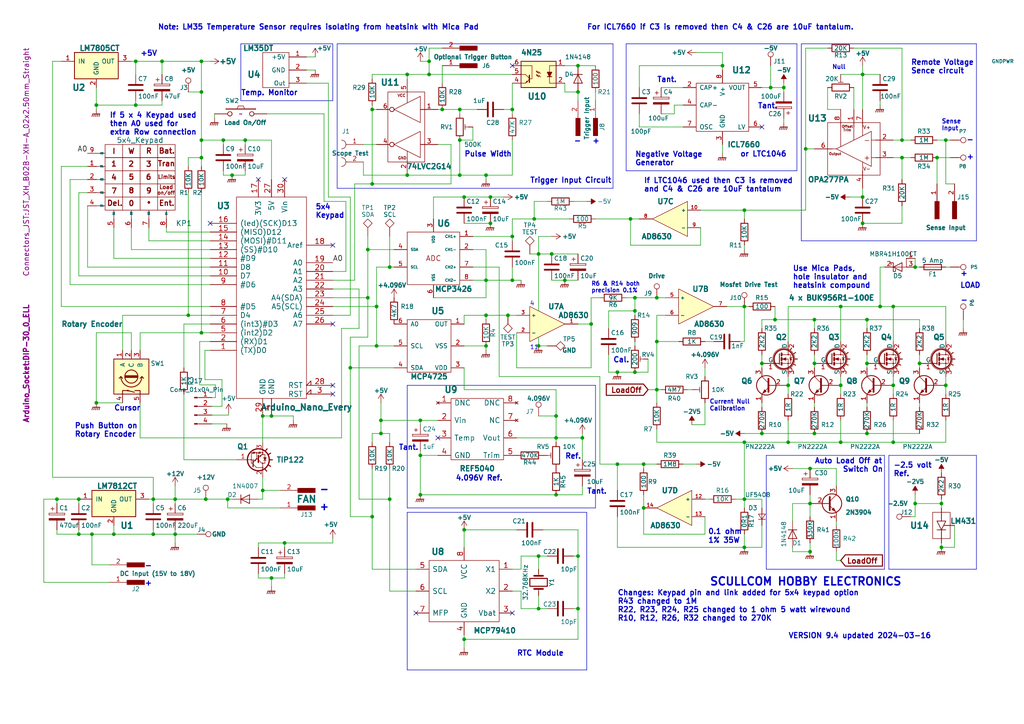
<source format=kicad_sch>
(kicad_sch
	(version 20231120)
	(generator "eeschema")
	(generator_version "8.0")
	(uuid "c0dab339-7200-490f-9e31-c88351ec25c5")
	(paper "A4")
	(title_block
		(title "ELECTRONIC DC LOAD (Nextion Version)")
		(date "2024-03-16")
		(rev "9.4")
		(company "Sweproj")
	)
	
	(junction
		(at 109.22 88.9)
		(diameter 0)
		(color 0 0 0 0)
		(uuid "009bea40-c6ab-4382-a7a7-5dd249f2666d")
	)
	(junction
		(at 142.24 64.77)
		(diameter 0)
		(color 0 0 0 0)
		(uuid "00fb6e88-9957-4c77-814d-fd9f1b51886b")
	)
	(junction
		(at 250.19 64.77)
		(diameter 0)
		(color 0 0 0 0)
		(uuid "043db40c-287d-4e83-80a3-5ad4c28cf681")
	)
	(junction
		(at 107.95 31.75)
		(diameter 0)
		(color 0 0 0 0)
		(uuid "046928e4-3f12-410f-b917-7ed1f7fc39f4")
	)
	(junction
		(at 251.46 125.73)
		(diameter 0)
		(color 0 0 0 0)
		(uuid "0d3d59f9-d781-4dbb-a361-ee857443e67d")
	)
	(junction
		(at 147.32 91.44)
		(diameter 0)
		(color 0 0 0 0)
		(uuid "0e882e62-5132-4e7f-b84a-b6c534d4131a")
	)
	(junction
		(at 234.95 146.05)
		(diameter 0)
		(color 0 0 0 0)
		(uuid "0e95e749-79d5-49bc-83b9-b6722752a31c")
	)
	(junction
		(at 78.74 120.65)
		(diameter 0)
		(color 0 0 0 0)
		(uuid "0ffe88c0-49e0-4352-9422-6f913a756c26")
	)
	(junction
		(at 71.12 40.64)
		(diameter 0)
		(color 0 0 0 0)
		(uuid "13a5470a-a5bf-42ff-a8ef-8cddc76647de")
	)
	(junction
		(at 106.68 72.39)
		(diameter 0)
		(color 0 0 0 0)
		(uuid "16c9ee7c-2f8b-4e00-b462-ebcd0d77ee79")
	)
	(junction
		(at 121.92 132.08)
		(diameter 0)
		(color 0 0 0 0)
		(uuid "193f888c-eb83-480e-bafd-7ef74e000293")
	)
	(junction
		(at 228.6 128.27)
		(diameter 0)
		(color 0 0 0 0)
		(uuid "1a011365-fd33-4fb1-8475-de570a234a15")
	)
	(junction
		(at 227.33 25.4)
		(diameter 0)
		(color 0 0 0 0)
		(uuid "1b6e421d-6d66-4cd0-9686-2a3775cd8ec5")
	)
	(junction
		(at 265.43 146.05)
		(diameter 0)
		(color 0 0 0 0)
		(uuid "1c257544-6587-4280-a5c5-ffe2fa538d4e")
	)
	(junction
		(at 156.21 100.33)
		(diameter 0)
		(color 0 0 0 0)
		(uuid "1c466665-ae42-4b17-9f4c-799148343285")
	)
	(junction
		(at 251.46 105.41)
		(diameter 0)
		(color 0 0 0 0)
		(uuid "1d730dd2-6b53-4b3c-ad53-ab310b2d3681")
	)
	(junction
		(at 154.94 63.5)
		(diameter 0)
		(color 0 0 0 0)
		(uuid "1ec3e635-a495-4904-85b9-a3a780a2d1dd")
	)
	(junction
		(at 54.61 91.44)
		(diameter 0)
		(color 0 0 0 0)
		(uuid "25548eb7-cf89-4f85-9257-d398970fc274")
	)
	(junction
		(at 259.08 88.9)
		(diameter 0)
		(color 0 0 0 0)
		(uuid "25af3824-4776-436e-9355-7fe05d29eeac")
	)
	(junction
		(at 148.59 81.28)
		(diameter 0)
		(color 0 0 0 0)
		(uuid "260e9ca8-a301-4edd-a5cd-45fb4ccf2d93")
	)
	(junction
		(at 142.24 57.15)
		(diameter 0)
		(color 0 0 0 0)
		(uuid "27dd389d-cc8f-4521-803d-09076bfbfd31")
	)
	(junction
		(at 251.46 92.71)
		(diameter 0)
		(color 0 0 0 0)
		(uuid "2aac4000-eb64-4234-bbc1-a8bbf9e75903")
	)
	(junction
		(at 140.97 50.8)
		(diameter 0)
		(color 0 0 0 0)
		(uuid "2b1a7aaa-7eda-4e38-8f56-3f4195eefc45")
	)
	(junction
		(at 39.37 17.78)
		(diameter 0)
		(color 0 0 0 0)
		(uuid "2de04134-4830-498c-869a-a37e08ba1697")
	)
	(junction
		(at 215.9 158.75)
		(diameter 0)
		(color 0 0 0 0)
		(uuid "2ef493ef-82e3-4755-af9d-8828ead400a0")
	)
	(junction
		(at 184.15 86.36)
		(diameter 0)
		(color 0 0 0 0)
		(uuid "30c09667-0302-4fa1-81fb-f3c27641db29")
	)
	(junction
		(at 134.62 57.15)
		(diameter 0)
		(color 0 0 0 0)
		(uuid "330b5758-6456-46f4-9dd0-7bf7fafed021")
	)
	(junction
		(at 133.35 40.64)
		(diameter 0)
		(color 0 0 0 0)
		(uuid "35199ee0-8338-47f8-9739-7dc4d8bd8703")
	)
	(junction
		(at 140.97 81.28)
		(diameter 0)
		(color 0 0 0 0)
		(uuid "3579fe29-d5bf-496e-abc0-d9f636a58c6d")
	)
	(junction
		(at 168.91 127)
		(diameter 0)
		(color 0 0 0 0)
		(uuid "35bfb68a-11a4-4943-b497-c94fa120f2c4")
	)
	(junction
		(at 190.5 99.06)
		(diameter 0)
		(color 0 0 0 0)
		(uuid "3948a9e6-2f72-490b-83f7-4e16a32533ba")
	)
	(junction
		(at 171.45 93.98)
		(diameter 0)
		(color 0 0 0 0)
		(uuid "3ab97619-d799-4ce2-9195-2e593318877f")
	)
	(junction
		(at 228.6 111.76)
		(diameter 0)
		(color 0 0 0 0)
		(uuid "3df618dc-5886-4d8a-be4d-d7a1dc32080f")
	)
	(junction
		(at 107.95 53.34)
		(diameter 0)
		(color 0 0 0 0)
		(uuid "3e3b3548-1bb3-4316-aa3e-1fdeee419fdf")
	)
	(junction
		(at 67.31 50.8)
		(diameter 0)
		(color 0 0 0 0)
		(uuid "3f9e796c-35fc-4866-83c2-fd9e6bdac9cc")
	)
	(junction
		(at 167.64 26.67)
		(diameter 0)
		(color 0 0 0 0)
		(uuid "3fe158b5-396a-496c-8a88-272565e18f8e")
	)
	(junction
		(at 261.62 45.72)
		(diameter 0)
		(color 0 0 0 0)
		(uuid "4003e2ec-9ada-45b0-b60b-79f30d6400f8")
	)
	(junction
		(at 78.74 167.64)
		(diameter 0)
		(color 0 0 0 0)
		(uuid "43561682-7cde-486a-8a6e-af38641b3ef5")
	)
	(junction
		(at 160.02 73.66)
		(diameter 0)
		(color 0 0 0 0)
		(uuid "43c32df4-6b08-47ec-bdef-f40f3ebaf092")
	)
	(junction
		(at 186.69 134.62)
		(diameter 0)
		(color 0 0 0 0)
		(uuid "43e987a3-f0da-4c26-8a1b-c3b00bbc25bb")
	)
	(junction
		(at 22.86 144.78)
		(diameter 0)
		(color 0 0 0 0)
		(uuid "464aab46-83d1-4ab4-8e02-507e643667f3")
	)
	(junction
		(at 133.35 50.8)
		(diameter 0)
		(color 0 0 0 0)
		(uuid "46f71863-1765-4bd5-a1a1-d9fb4cdf0d18")
	)
	(junction
		(at 26.67 154.94)
		(diameter 0)
		(color 0 0 0 0)
		(uuid "4c3d2df7-2e21-4c28-9cb9-e16adf22822c")
	)
	(junction
		(at 46.99 17.78)
		(diameter 0)
		(color 0 0 0 0)
		(uuid "4e5a5728-d993-46b4-9b74-420d8addcae5")
	)
	(junction
		(at 58.42 17.78)
		(diameter 0)
		(color 0 0 0 0)
		(uuid "4f679ba5-ad65-4915-81a2-5cbf282fa84b")
	)
	(junction
		(at 58.42 26.67)
		(diameter 0)
		(color 0 0 0 0)
		(uuid "531c1c25-0d77-4106-87e0-ced2f1fcf4cb")
	)
	(junction
		(at 82.55 157.48)
		(diameter 0)
		(color 0 0 0 0)
		(uuid "55364418-2b83-4724-9144-19ec162a8a68")
	)
	(junction
		(at 39.37 30.48)
		(diameter 0)
		(color 0 0 0 0)
		(uuid "5d16569d-0640-4d1a-a265-2eefc197135d")
	)
	(junction
		(at 16.51 144.78)
		(diameter 0)
		(color 0 0 0 0)
		(uuid "5d9b17b7-d96a-45f5-8ad5-bf5880ffb73c")
	)
	(junction
		(at 133.35 31.75)
		(diameter 0)
		(color 0 0 0 0)
		(uuid "6261075b-95fc-41b1-8f10-ac3806dc3288")
	)
	(junction
		(at 44.45 144.78)
		(diameter 0)
		(color 0 0 0 0)
		(uuid "64c664cd-9236-48cb-9e9a-3475ec30f13c")
	)
	(junction
		(at 236.22 92.71)
		(diameter 0)
		(color 0 0 0 0)
		(uuid "64d7989c-238f-4758-b54b-02927958aa46")
	)
	(junction
		(at 59.69 144.78)
		(diameter 0)
		(color 0 0 0 0)
		(uuid "6ada5624-1423-4b84-b9b6-42d797182f14")
	)
	(junction
		(at 234.95 135.89)
		(diameter 0)
		(color 0 0 0 0)
		(uuid "70b5e439-57fb-44af-adda-a1d09d371774")
	)
	(junction
		(at 190.5 113.03)
		(diameter 0)
		(color 0 0 0 0)
		(uuid "7114de93-a4df-4a97-964b-6d032efa413f")
	)
	(junction
		(at 261.62 40.64)
		(diameter 0)
		(color 0 0 0 0)
		(uuid "73bb412e-6275-4cf1-a87d-8c5b344e7d4f")
	)
	(junction
		(at 184.15 107.95)
		(diameter 0)
		(color 0 0 0 0)
		(uuid "76a821bc-6a6c-4c89-9de7-1253f63a8daf")
	)
	(junction
		(at 106.68 86.36)
		(diameter 0)
		(color 0 0 0 0)
		(uuid "76f21600-8aae-4a32-b88b-02fe46f77e7f")
	)
	(junction
		(at 50.8 144.78)
		(diameter 0)
		(color 0 0 0 0)
		(uuid "77c6d049-b351-4050-8084-df8dedd94d69")
	)
	(junction
		(at 250.19 21.59)
		(diameter 0)
		(color 0 0 0 0)
		(uuid "781efaec-1a4b-46b2-9b1b-934d7102bb5e")
	)
	(junction
		(at 148.59 31.75)
		(diameter 0)
		(color 0 0 0 0)
		(uuid "78bfed4e-78f3-45d2-90ea-8f2a561a7e3a")
	)
	(junction
		(at 167.64 19.05)
		(diameter 0)
		(color 0 0 0 0)
		(uuid "7909fd16-996f-48c3-9d6f-4d93536289a6")
	)
	(junction
		(at 236.22 105.41)
		(diameter 0)
		(color 0 0 0 0)
		(uuid "799dd07a-b64e-40fe-b325-d366ad7d9487")
	)
	(junction
		(at 233.68 43.18)
		(diameter 0)
		(color 0 0 0 0)
		(uuid "7a6b95c3-5629-43d9-b098-febfd0bf619c")
	)
	(junction
		(at 101.6 106.68)
		(diameter 0)
		(color 0 0 0 0)
		(uuid "7c027495-c841-4a35-9ce1-778f0f565272")
	)
	(junction
		(at 271.78 45.72)
		(diameter 0)
		(color 0 0 0 0)
		(uuid "7c110c51-940f-4531-a6cb-8924e160e5b1")
	)
	(junction
		(at 50.8 154.94)
		(diameter 0)
		(color 0 0 0 0)
		(uuid "7ec128a6-2edd-4dc5-b50f-42f0d92afb8f")
	)
	(junction
		(at 118.11 21.59)
		(diameter 0)
		(color 0 0 0 0)
		(uuid "7f402294-1249-469c-8ef1-67240412ba1c")
	)
	(junction
		(at 110.49 121.92)
		(diameter 0)
		(color 0 0 0 0)
		(uuid "7f6af2f4-311d-4459-a10f-88853eee44f9")
	)
	(junction
		(at 107.95 149.86)
		(diameter 0)
		(color 0 0 0 0)
		(uuid "8028652b-52c4-44b8-830c-b0ada5fac244")
	)
	(junction
		(at 215.9 88.9)
		(diameter 0)
		(color 0 0 0 0)
		(uuid "80d98550-c159-4d91-8e64-ea28f5344858")
	)
	(junction
		(at 259.08 111.76)
		(diameter 0)
		(color 0 0 0 0)
		(uuid "8359ffb0-909c-48a1-bd21-61dd5cafbf74")
	)
	(junction
		(at 224.79 92.71)
		(diameter 0)
		(color 0 0 0 0)
		(uuid "84fb1374-92e0-4b93-b475-1d7a4b3006dc")
	)
	(junction
		(at 76.2 120.65)
		(diameter 0)
		(color 0 0 0 0)
		(uuid "883a1659-cbb5-4b59-95a9-baacf75b239a")
	)
	(junction
		(at 58.42 40.64)
		(diameter 0)
		(color 0 0 0 0)
		(uuid "893a403b-48fb-442c-aa1c-c8e11365b71a")
	)
	(junction
		(at 113.03 144.78)
		(diameter 0)
		(color 0 0 0 0)
		(uuid "89c3d47f-b387-4abf-a34f-1c872eb1a381")
	)
	(junction
		(at 33.02 154.94)
		(diameter 0)
		(color 0 0 0 0)
		(uuid "89e12670-0f4c-45c7-a4a3-58a6771b0aeb")
	)
	(junction
		(at 148.59 68.58)
		(diameter 0)
		(color 0 0 0 0)
		(uuid "8d1bca80-3076-437f-935e-c3e4aa5eaacd")
	)
	(junction
		(at 220.98 125.73)
		(diameter 0)
		(color 0 0 0 0)
		(uuid "905040a0-c622-4102-81da-7dc3dc45e40a")
	)
	(junction
		(at 140.97 91.44)
		(diameter 0)
		(color 0 0 0 0)
		(uuid "912aa542-0aa5-41b0-b504-37318fd477fd")
	)
	(junction
		(at 156.21 176.53)
		(diameter 0)
		(color 0 0 0 0)
		(uuid "91aea0c4-f8c2-4ffa-b0b8-fe8e6379fb62")
	)
	(junction
		(at 243.84 128.27)
		(diameter 0)
		(color 0 0 0 0)
		(uuid "950d3005-4848-4a26-83ed-7a87f529cb90")
	)
	(junction
		(at 27.94 116.84)
		(diameter 0)
		(color 0 0 0 0)
		(uuid "95ba4fa6-f488-4ec7-b8c6-65d4f2b751ec")
	)
	(junction
		(at 243.84 111.76)
		(diameter 0)
		(color 0 0 0 0)
		(uuid "984ac4b0-da5e-40ee-a849-d2e0e088dc9b")
	)
	(junction
		(at 215.9 60.96)
		(diameter 0)
		(color 0 0 0 0)
		(uuid "9bb0b1f5-2c29-4cdc-ad47-6e8499a1af4c")
	)
	(junction
		(at 161.29 120.65)
		(diameter 0)
		(color 0 0 0 0)
		(uuid "9bf3db7d-8019-4ace-8357-ec07625ba74b")
	)
	(junction
		(at 223.52 25.4)
		(diameter 0)
		(color 0 0 0 0)
		(uuid "9cedade0-e620-4736-8d8f-aef3bf85eb39")
	)
	(junction
		(at 236.22 125.73)
		(diameter 0)
		(color 0 0 0 0)
		(uuid "9ee38a63-dda3-48e9-962a-889290213042")
	)
	(junction
		(at 266.7 105.41)
		(diameter 0)
		(color 0 0 0 0)
		(uuid "9f4246d0-c769-46f7-94a3-3f096450cd1a")
	)
	(junction
		(at 64.77 40.64)
		(diameter 0)
		(color 0 0 0 0)
		(uuid "a5a87e35-cfe1-49cd-babe-ed7f20151010")
	)
	(junction
		(at 179.07 107.95)
		(diameter 0)
		(color 0 0 0 0)
		(uuid "aac1ca05-89e7-4da0-858e-61c91b7a858a")
	)
	(junction
		(at 76.2 142.24)
		(diameter 0)
		(color 0 0 0 0)
		(uuid "b07eed38-4aa8-41a7-a517-9592ed213380")
	)
	(junction
		(at 220.98 105.41)
		(diameter 0)
		(color 0 0 0 0)
		(uuid "b1d50295-428b-451f-a0ce-080fedc18480")
	)
	(junction
		(at 215.9 128.27)
		(diameter 0)
		(color 0 0 0 0)
		(uuid "b1f3a4ca-1cec-4bac-89ac-74edc6304324")
	)
	(junction
		(at 161.29 143.51)
		(diameter 0)
		(color 0 0 0 0)
		(uuid "b28a49df-e5dc-42cb-9c7d-892941db4916")
	)
	(junction
		(at 66.04 144.78)
		(diameter 0)
		(color 0 0 0 0)
		(uuid "b2d86c8a-8391-4d5f-8f5b-74d078e33e2d")
	)
	(junction
		(at 273.05 146.05)
		(diameter 0)
		(color 0 0 0 0)
		(uuid "b5682b6e-85b8-432d-aca0-c6f2fab29ccc")
	)
	(junction
		(at 58.42 96.52)
		(diameter 0)
		(color 0 0 0 0)
		(uuid "b64a61db-5f86-4fa5-8602-c178676bf95f")
	)
	(junction
		(at 156.21 161.29)
		(diameter 0)
		(color 0 0 0 0)
		(uuid "b833042a-0213-473a-af3e-8ed0ea49fa24")
	)
	(junction
		(at 163.83 81.28)
		(diameter 0)
		(color 0 0 0 0)
		(uuid "bb5a4e9f-6ca1-4d94-af8b-56497fded188")
	)
	(junction
		(at 243.84 88.9)
		(diameter 0)
		(color 0 0 0 0)
		(uuid "bdb48397-723f-4199-b7f2-e647ce60e5cb")
	)
	(junction
		(at 167.64 176.53)
		(diameter 0)
		(color 0 0 0 0)
		(uuid "bfc2199e-89d6-44b4-924c-0bc53c383796")
	)
	(junction
		(at 27.94 30.48)
		(diameter 0)
		(color 0 0 0 0)
		(uuid "bfd75984-f4ac-454f-ae45-f2046d05a899")
	)
	(junction
		(at 124.46 17.78)
		(diameter 0)
		(color 0 0 0 0)
		(uuid "c2cdd97d-4f0d-4eee-ba0d-a51ed0455be3")
	)
	(junction
		(at 179.07 134.62)
		(diameter 0)
		(color 0 0 0 0)
		(uuid "c3128882-4a86-45d7-b4c0-c84e155a6702")
	)
	(junction
		(at 186.69 147.32)
		(diameter 0)
		(color 0 0 0 0)
		(uuid "c353b7c7-b808-40d8-864b-73c8616d937d")
	)
	(junction
		(at 184.15 90.17)
		(diameter 0)
		(color 0 0 0 0)
		(uuid "c71fea52-466d-4e93-8345-ac59c2db2e3c")
	)
	(junction
		(at 255.27 88.9)
		(diameter 0)
		(color 0 0 0 0)
		(uuid "c8946769-4601-42f4-b6d0-5b408564c57e")
	)
	(junction
		(at 22.86 154.94)
		(diameter 0)
		(color 0 0 0 0)
		(uuid "c9e806da-7940-4f1e-b7b5-24ea41d02926")
	)
	(junction
		(at 118.11 50.8)
		(diameter 0)
		(color 0 0 0 0)
		(uuid "ccd3e10d-0079-4aa5-8d1b-d46595826a5c")
	)
	(junction
		(at 190.5 86.36)
		(diameter 0)
		(color 0 0 0 0)
		(uuid "cd2baa7c-6b1a-4ef2-98c0-fb630903b25e")
	)
	(junction
		(at 113.03 77.47)
		(diameter 0)
		(color 0 0 0 0)
		(uuid "cf6a5164-82d1-4ecb-a30e-ac7e0e989702")
	)
	(junction
		(at 182.88 63.5)
		(diameter 0)
		(color 0 0 0 0)
		(uuid "d073beb0-8f0f-48c2-b582-f01ec8857307")
	)
	(junction
		(at 259.08 128.27)
		(diameter 0)
		(color 0 0 0 0)
		(uuid "d1d01b2a-dc05-4c56-a568-a8aefc49b2bf")
	)
	(junction
		(at 274.32 111.76)
		(diameter 0)
		(color 0 0 0 0)
		(uuid "d2a81043-1f62-4d08-8080-ca42d08f562d")
	)
	(junction
		(at 273.05 158.75)
		(diameter 0)
		(color 0 0 0 0)
		(uuid "d2ce0779-5c74-45b5-8da2-641d254573c1")
	)
	(junction
		(at 121.92 121.92)
		(diameter 0)
		(color 0 0 0 0)
		(uuid "d46aa0fb-5056-4ff8-ba4c-acdb6305ce61")
	)
	(junction
		(at 134.62 185.42)
		(diameter 0)
		(color 0 0 0 0)
		(uuid "d6dab610-a16e-42e6-a97d-7168f043e47a")
	)
	(junction
		(at 121.92 143.51)
		(diameter 0)
		(color 0 0 0 0)
		(uuid "d71e1fc8-b8be-4fc9-9cf2-d776140a50e4")
	)
	(junction
		(at 128.27 31.75)
		(diameter 0)
		(color 0 0 0 0)
		(uuid "d7a9d838-73f4-4cc5-ba54-b6edc44f4845")
	)
	(junction
		(at 109.22 100.33)
		(diameter 0)
		(color 0 0 0 0)
		(uuid "de3ac1fe-57b1-4503-854b-fce1e562c7f8")
	)
	(junction
		(at 156.21 73.66)
		(diameter 0)
		(color 0 0 0 0)
		(uuid "decfa39b-da9d-4c71-adac-69c5c3a268ec")
	)
	(junction
		(at 234.95 160.02)
		(diameter 0)
		(color 0 0 0 0)
		(uuid "e2ebbfe7-dc72-4111-a4b7-88f6f6212644")
	)
	(junction
		(at 209.55 19.05)
		(diameter 0)
		(color 0 0 0 0)
		(uuid "e7e77ec6-b403-4fdd-a10d-651a4264d0c1")
	)
	(junction
		(at 124.46 21.59)
		(diameter 0)
		(color 0 0 0 0)
		(uuid "e87f0d60-0d81-450a-a141-7e0eb926c066")
	)
	(junction
		(at 274.32 40.64)
		(diameter 0)
		(color 0 0 0 0)
		(uuid "e8acbc82-d3a7-424c-b943-72f6d1051699")
	)
	(junction
		(at 44.45 154.94)
		(diameter 0)
		(color 0 0 0 0)
		(uuid "e92c4eb0-2da3-4ef8-b4f7-36acce59d330")
	)
	(junction
		(at 215.9 144.78)
		(diameter 0)
		(color 0 0 0 0)
		(uuid "ea0a27fb-0415-46db-92be-d7202d096b3c")
	)
	(junction
		(at 140.97 100.33)
		(diameter 0)
		(color 0 0 0 0)
		(uuid "eb7e15f9-c8ef-4c21-ab28-fe20a3e5cf05")
	)
	(junction
		(at 265.43 77.47)
		(diameter 0)
		(color 0 0 0 0)
		(uuid "ed4d9104-0964-422e-aa5e-6acb5fc342ac")
	)
	(junction
		(at 134.62 153.67)
		(diameter 0)
		(color 0 0 0 0)
		(uuid "efdbfe55-6e44-4f9f-aef2-c02672930186")
	)
	(junction
		(at 167.64 161.29)
		(diameter 0)
		(color 0 0 0 0)
		(uuid "f29d0244-ae0b-44eb-9d1e-38085dd15e88")
	)
	(junction
		(at 110.49 125.73)
		(diameter 0)
		(color 0 0 0 0)
		(uuid "f33e70d5-c0a1-4c30-b95e-366fa3112056")
	)
	(junction
		(at 161.29 127)
		(diameter 0)
		(color 0 0 0 0)
		(uuid "f58aea28-c32d-4a70-814c-5ecd838a0997")
	)
	(junction
		(at 58.42 45.72)
		(diameter 0)
		(color 0 0 0 0)
		(uuid "f9a9d57d-7662-4480-ad78-ca862f6b1fa0")
	)
	(junction
		(at 250.19 57.15)
		(diameter 0)
		(color 0 0 0 0)
		(uuid "fb6aa4b5-01ca-4d23-82b4-5166a3e596f8")
	)
	(no_connect
		(at 120.65 177.8)
		(uuid "01047da9-f2c6-4d93-98fa-fa554f8fe108")
	)
	(no_connect
		(at 96.52 111.76)
		(uuid "0c772643-7ffd-40fa-9e62-cb1694285d28")
	)
	(no_connect
		(at 96.52 114.3)
		(uuid "34289381-5c53-45bf-8853-c7cbfc64b58d")
	)
	(no_connect
		(at 60.96 64.77)
		(uuid "3c819d6c-cf2e-47e2-a663-6312f66cef65")
	)
	(no_connect
		(at 148.59 19.05)
		(uuid "60f5c9f1-12d2-4831-b511-a10e64da354c")
	)
	(no_connect
		(at 148.59 177.8)
		(uuid "644e52d4-12d5-42b3-8701-3064dc3d3e49")
	)
	(no_connect
		(at 74.93 52.07)
		(uuid "6f14970b-8839-4294-9f21-ad7275ad93a3")
	)
	(no_connect
		(at 96.52 93.98)
		(uuid "7ab388f3-70a8-47db-88e0-def29ca34aa1")
	)
	(no_connect
		(at 220.98 36.83)
		(uuid "cf67e4cc-95b1-4520-8659-3889aca40a73")
	)
	(no_connect
		(at 127 127)
		(uuid "e7ca6cf4-d7cc-42fb-8577-8af262adc607")
	)
	(no_connect
		(at 82.55 52.07)
		(uuid "eed20f01-d1cb-4489-90fe-78586f7793f1")
	)
	(no_connect
		(at 96.52 71.12)
		(uuid "f4d10758-5fe2-4d33-b6be-8abb4f0ce661")
	)
	(wire
		(pts
			(xy 82.55 167.64) (xy 82.55 166.37)
		)
		(stroke
			(width 0)
			(type default)
		)
		(uuid "008a0ccf-ced2-48fc-9583-c4c8ebbcd538")
	)
	(wire
		(pts
			(xy 184.15 86.36) (xy 190.5 86.36)
		)
		(stroke
			(width 0)
			(type default)
		)
		(uuid "012fd9ad-dc2c-4b30-b2bd-f28f555aba10")
	)
	(wire
		(pts
			(xy 259.08 40.64) (xy 261.62 40.64)
		)
		(stroke
			(width 0)
			(type default)
		)
		(uuid "013630e5-69a8-4eea-b287-ab725b7ddf8c")
	)
	(wire
		(pts
			(xy 243.84 162.56) (xy 242.57 162.56)
		)
		(stroke
			(width 0)
			(type default)
		)
		(uuid "01798979-7c8b-4bb3-b90d-3744d2283096")
	)
	(wire
		(pts
			(xy 27.94 30.48) (xy 39.37 30.48)
		)
		(stroke
			(width 0)
			(type default)
		)
		(uuid "01fc209d-0b0b-4e0b-8496-00b52250ae75")
	)
	(wire
		(pts
			(xy 204.47 154.94) (xy 204.47 149.86)
		)
		(stroke
			(width 0)
			(type default)
		)
		(uuid "024c5d22-5429-4742-b1b9-61476f22830e")
	)
	(wire
		(pts
			(xy 157.48 153.67) (xy 167.64 153.67)
		)
		(stroke
			(width 0)
			(type default)
		)
		(uuid "026f8f4c-73b5-4207-b542-9a24e56b52df")
	)
	(wire
		(pts
			(xy 134.62 113.03) (xy 161.29 113.03)
		)
		(stroke
			(width 0)
			(type default)
		)
		(uuid "0293807d-f40c-44b4-ba03-a8aeb451354c")
	)
	(wire
		(pts
			(xy 99.06 95.25) (xy 104.14 95.25)
		)
		(stroke
			(width 0)
			(type default)
		)
		(uuid "0294c937-07bc-4d7b-a757-6db2f0c48493")
	)
	(wire
		(pts
			(xy 134.62 57.15) (xy 142.24 57.15)
		)
		(stroke
			(width 0)
			(type default)
		)
		(uuid "02c90aec-8a90-4c02-ae89-57270da350cf")
	)
	(wire
		(pts
			(xy 96.52 78.74) (xy 100.33 78.74)
		)
		(stroke
			(width 0)
			(type default)
		)
		(uuid "0320b82a-a152-4294-9f5f-d4e1f255b1e8")
	)
	(wire
		(pts
			(xy 64.77 40.64) (xy 71.12 40.64)
		)
		(stroke
			(width 0)
			(type default)
		)
		(uuid "038a9c7a-9b6f-4250-97dc-64006c0a4ab1")
	)
	(wire
		(pts
			(xy 38.1 17.78) (xy 39.37 17.78)
		)
		(stroke
			(width 0)
			(type default)
		)
		(uuid "03b21e96-14b6-4625-b81f-dd30052b542a")
	)
	(wire
		(pts
			(xy 100.33 78.74) (xy 100.33 58.42)
		)
		(stroke
			(width 0)
			(type default)
		)
		(uuid "03d60a02-443a-4039-a26c-a031cd45f02a")
	)
	(wire
		(pts
			(xy 265.43 146.05) (xy 265.43 149.86)
		)
		(stroke
			(width 0)
			(type default)
		)
		(uuid "03e59f4a-571c-471c-9616-77cfd2fcf4ef")
	)
	(wire
		(pts
			(xy 26.67 154.94) (xy 26.67 163.83)
		)
		(stroke
			(width 0)
			(type default)
		)
		(uuid "043ad369-3f3c-4fe7-af01-21782320683e")
	)
	(wire
		(pts
			(xy 134.62 64.77) (xy 142.24 64.77)
		)
		(stroke
			(width 0)
			(type default)
		)
		(uuid "04d0475c-8a34-4140-bdd1-cb85b1b6404b")
	)
	(wire
		(pts
			(xy 156.21 176.53) (xy 158.75 176.53)
		)
		(stroke
			(width 0)
			(type default)
		)
		(uuid "05126fbd-813b-4e10-a134-39b975b852fb")
	)
	(wire
		(pts
			(xy 233.68 60.96) (xy 233.68 43.18)
		)
		(stroke
			(width 0)
			(type default)
		)
		(uuid "060d206e-005c-49f6-af75-f905b6fda945")
	)
	(wire
		(pts
			(xy 250.19 19.05) (xy 250.19 21.59)
		)
		(stroke
			(width 0)
			(type default)
		)
		(uuid "07c7f641-e574-4abe-814f-fb8a3925fa59")
	)
	(wire
		(pts
			(xy 78.74 170.18) (xy 78.74 167.64)
		)
		(stroke
			(width 0)
			(type default)
		)
		(uuid "0866bde1-ed28-427d-a2a7-13350be9e4db")
	)
	(wire
		(pts
			(xy 38.1 72.39) (xy 60.96 72.39)
		)
		(stroke
			(width 0)
			(type default)
		)
		(uuid "0870a35b-fe51-4bdc-a79c-ee2395d072b6")
	)
	(wire
		(pts
			(xy 149.86 127) (xy 161.29 127)
		)
		(stroke
			(width 0)
			(type default)
		)
		(uuid "087dd7a4-3cde-422d-a83b-d34d0d0b77f2")
	)
	(wire
		(pts
			(xy 27.94 96.52) (xy 38.1 96.52)
		)
		(stroke
			(width 0)
			(type default)
		)
		(uuid "0962cb1b-7b7f-4aec-a3b6-708209a0ee8c")
	)
	(wire
		(pts
			(xy 46.99 17.78) (xy 58.42 17.78)
		)
		(stroke
			(width 0)
			(type default)
		)
		(uuid "09b167c8-5b32-4bd2-abe4-72a62290c6f3")
	)
	(wire
		(pts
			(xy 148.59 171.45) (xy 151.13 171.45)
		)
		(stroke
			(width 0)
			(type default)
		)
		(uuid "0a31ae08-6ef3-4c02-bc39-f65c84a4be5a")
	)
	(wire
		(pts
			(xy 64.77 49.53) (xy 64.77 50.8)
		)
		(stroke
			(width 0)
			(type default)
		)
		(uuid "0a554411-5195-4918-88b1-5eff501a3525")
	)
	(wire
		(pts
			(xy 54.61 45.72) (xy 54.61 48.26)
		)
		(stroke
			(width 0)
			(type default)
		)
		(uuid "0ae3b54f-94d4-4c90-8a0e-5679dca57ebf")
	)
	(wire
		(pts
			(xy 140.97 81.28) (xy 148.59 81.28)
		)
		(stroke
			(width 0)
			(type default)
		)
		(uuid "0c0134c9-f5ca-420d-ac1f-b0df90c8e6ce")
	)
	(wire
		(pts
			(xy 59.436 101.6) (xy 59.436 110.109)
		)
		(stroke
			(width 0)
			(type default)
		)
		(uuid "0c40a665-b7a8-4c27-ba28-b115e285a68e")
	)
	(wire
		(pts
			(xy 233.68 13.97) (xy 240.03 13.97)
		)
		(stroke
			(width 0)
			(type default)
		)
		(uuid "0cdc33a7-6b20-4f87-bb0b-eb26467cc363")
	)
	(wire
		(pts
			(xy 176.53 102.87) (xy 176.53 107.95)
		)
		(stroke
			(width 0)
			(type default)
		)
		(uuid "0d3095c7-cf94-44f5-b0e9-817382490fb5")
	)
	(wire
		(pts
			(xy 236.22 92.71) (xy 236.22 95.25)
		)
		(stroke
			(width 0)
			(type default)
		)
		(uuid "0da970f4-eb2a-4b99-ae58-73afaca5c9a3")
	)
	(wire
		(pts
			(xy 243.84 88.9) (xy 243.84 99.06)
		)
		(stroke
			(width 0)
			(type default)
		)
		(uuid "0dd2487b-8ba4-4128-814c-1934fe1bf2f4")
	)
	(wire
		(pts
			(xy 134.62 153.67) (xy 149.86 153.67)
		)
		(stroke
			(width 0)
			(type default)
		)
		(uuid "0e3dc898-7cff-44b8-9ebc-4be177bda9e9")
	)
	(wire
		(pts
			(xy 203.2 71.12) (xy 203.2 66.04)
		)
		(stroke
			(width 0)
			(type default)
		)
		(uuid "0e4a3de1-a96f-4a68-ba87-fd8054a7fc0d")
	)
	(wire
		(pts
			(xy 74.93 158.75) (xy 74.93 157.48)
		)
		(stroke
			(width 0)
			(type default)
		)
		(uuid "0ecd1bd6-d3fc-43d4-87da-8850b57e5017")
	)
	(wire
		(pts
			(xy 274.32 53.34) (xy 274.32 40.64)
		)
		(stroke
			(width 0)
			(type default)
		)
		(uuid "0f4abc7e-bb18-4f62-a12c-aeaf0578efc9")
	)
	(wire
		(pts
			(xy 168.91 127) (xy 168.91 133.35)
		)
		(stroke
			(width 0)
			(type default)
		)
		(uuid "0fecad5f-1423-4d6e-b44a-eeaab1c2d23b")
	)
	(wire
		(pts
			(xy 109.22 77.47) (xy 113.03 77.47)
		)
		(stroke
			(width 0)
			(type default)
		)
		(uuid "10e5f66b-f74d-4c2d-85c8-e6b151e99129")
	)
	(wire
		(pts
			(xy 104.14 144.78) (xy 113.03 144.78)
		)
		(stroke
			(width 0)
			(type default)
		)
		(uuid "1197ed07-46f4-4d1d-8b3e-3890f68e7996")
	)
	(wire
		(pts
			(xy 78.74 40.64) (xy 78.74 52.07)
		)
		(stroke
			(width 0)
			(type default)
		)
		(uuid "1208fd02-3972-4483-8b9b-1b08cbe6b34d")
	)
	(wire
		(pts
			(xy 118.11 50.8) (xy 133.35 50.8)
		)
		(stroke
			(width 0)
			(type default)
		)
		(uuid "136d36cd-a116-4135-96f0-fe7233acc78e")
	)
	(wire
		(pts
			(xy 228.6 88.9) (xy 243.84 88.9)
		)
		(stroke
			(width 0)
			(type default)
		)
		(uuid "137ae3eb-3d1a-4e67-bb32-2391ee40e58b")
	)
	(wire
		(pts
			(xy 161.29 113.03) (xy 161.29 120.65)
		)
		(stroke
			(width 0)
			(type default)
		)
		(uuid "13dade52-04dd-4853-a7e1-1f17e6ffd4ba")
	)
	(wire
		(pts
			(xy 153.67 73.66) (xy 156.21 73.66)
		)
		(stroke
			(width 0)
			(type default)
		)
		(uuid "13f21f9f-6fe8-46df-95bf-b92b8e377476")
	)
	(polyline
		(pts
			(xy 283.21 69.85) (xy 232.41 69.85)
		)
		(stroke
			(width 0)
			(type default)
		)
		(uuid "146c52c1-7882-4ce7-a518-f9b8ea68234e")
	)
	(wire
		(pts
			(xy 201.93 15.24) (xy 209.55 15.24)
		)
		(stroke
			(width 0)
			(type default)
		)
		(uuid "147e390c-a478-46e8-bb5f-5d3a1f1c5325")
	)
	(wire
		(pts
			(xy 48.26 67.31) (xy 48.26 66.04)
		)
		(stroke
			(width 0)
			(type default)
		)
		(uuid "15062399-0f97-470a-9147-24024662ccef")
	)
	(wire
		(pts
			(xy 53.34 93.98) (xy 53.34 106.68)
		)
		(stroke
			(width 0)
			(type default)
		)
		(uuid "151baf58-5e6d-4d10-bd7e-b649d5ee70cb")
	)
	(wire
		(pts
			(xy 26.67 154.94) (xy 33.02 154.94)
		)
		(stroke
			(width 0)
			(type default)
		)
		(uuid "15e76eaa-8cfb-4c30-8031-16e7a2e78284")
	)
	(wire
		(pts
			(xy 209.55 15.24) (xy 209.55 19.05)
		)
		(stroke
			(width 0)
			(type default)
		)
		(uuid "1641c015-a606-449e-a4a6-03e38e1ce32c")
	)
	(wire
		(pts
			(xy 190.5 113.03) (xy 191.77 113.03)
		)
		(stroke
			(width 0)
			(type default)
		)
		(uuid "1642645f-5d7f-46ab-aab8-0815750c9ae7")
	)
	(wire
		(pts
			(xy 125.73 57.15) (xy 134.62 57.15)
		)
		(stroke
			(width 0)
			(type default)
		)
		(uuid "174a396b-d91d-4183-ba41-5d732755f850")
	)
	(wire
		(pts
			(xy 190.5 128.27) (xy 190.5 124.46)
		)
		(stroke
			(width 0)
			(type default)
		)
		(uuid "17a27887-39de-4631-ad5a-e1dd2873a534")
	)
	(wire
		(pts
			(xy 148.59 77.47) (xy 148.59 81.28)
		)
		(stroke
			(width 0)
			(type default)
		)
		(uuid "183d49eb-c375-483f-87fa-8e7313c8d20f")
	)
	(wire
		(pts
			(xy 137.16 77.47) (xy 144.78 77.47)
		)
		(stroke
			(width 0)
			(type default)
		)
		(uuid "184ed32b-739b-4343-a62c-6e9407979a26")
	)
	(wire
		(pts
			(xy 35.56 116.84) (xy 27.94 116.84)
		)
		(stroke
			(width 0)
			(type default)
		)
		(uuid "188f4801-bbe4-4b6b-a6c7-dc8e7c83a23e")
	)
	(wire
		(pts
			(xy 64.389 110.109) (xy 64.389 117.856)
		)
		(stroke
			(width 0)
			(type default)
		)
		(uuid "195a0b32-fa34-40e6-913f-a7fc82846917")
	)
	(wire
		(pts
			(xy 166.37 58.42) (xy 170.18 58.42)
		)
		(stroke
			(width 0)
			(type default)
		)
		(uuid "197a6829-423d-4f5a-9d50-944e97b34c80")
	)
	(wire
		(pts
			(xy 81.28 142.24) (xy 76.2 142.24)
		)
		(stroke
			(width 0)
			(type default)
		)
		(uuid "197bdcf7-849d-4f99-9a7e-b949185db393")
	)
	(wire
		(pts
			(xy 220.98 158.75) (xy 220.98 152.4)
		)
		(stroke
			(width 0)
			(type default)
		)
		(uuid "197d3591-bfde-4c14-92df-f9931999b9c3")
	)
	(wire
		(pts
			(xy 107.95 128.27) (xy 107.95 125.73)
		)
		(stroke
			(width 0)
			(type default)
		)
		(uuid "19916158-e838-4357-b911-fbcd16f6fd54")
	)
	(wire
		(pts
			(xy 53.34 114.3) (xy 53.34 133.35)
		)
		(stroke
			(width 0)
			(type default)
		)
		(uuid "19f137fb-8187-4240-8e0a-d25c7a8af9f9")
	)
	(wire
		(pts
			(xy 113.03 144.78) (xy 113.03 171.45)
		)
		(stroke
			(width 0)
			(type default)
		)
		(uuid "1a2ddedf-c323-4330-b1fc-bb675874ba7a")
	)
	(wire
		(pts
			(xy 78.74 120.65) (xy 85.09 120.65)
		)
		(stroke
			(width 0)
			(type default)
		)
		(uuid "1b2fec1d-a0b0-4c31-a008-5fd84ae8febc")
	)
	(wire
		(pts
			(xy 61.468 122.936) (xy 65.786 122.936)
		)
		(stroke
			(width 0)
			(type default)
		)
		(uuid "1b435e82-6bac-4663-b09e-f6e233a8cd45")
	)
	(wire
		(pts
			(xy 160.02 81.28) (xy 163.83 81.28)
		)
		(stroke
			(width 0)
			(type default)
		)
		(uuid "1c2d31b3-d2a7-413a-acda-351aebbbf3be")
	)
	(wire
		(pts
			(xy 33.02 74.93) (xy 60.96 74.93)
		)
		(stroke
			(width 0)
			(type default)
		)
		(uuid "1d24bf90-0190-4ef1-bbff-f97a1b342eb1")
	)
	(wire
		(pts
			(xy 144.78 77.47) (xy 144.78 109.22)
		)
		(stroke
			(width 0)
			(type default)
		)
		(uuid "1dfd5ae0-226f-42a9-ac61-238c2cf15c9b")
	)
	(polyline
		(pts
			(xy 118.11 148.59) (xy 170.18 148.59)
		)
		(stroke
			(width 0)
			(type default)
		)
		(uuid "1e988901-fb6a-4acd-b64f-ad4f7722c677")
	)
	(wire
		(pts
			(xy 259.08 109.22) (xy 259.08 111.76)
		)
		(stroke
			(width 0)
			(type default)
		)
		(uuid "1f11210d-f703-4ed9-8a0e-7e9cd8ad251a")
	)
	(wire
		(pts
			(xy 59.69 144.78) (xy 66.04 144.78)
		)
		(stroke
			(width 0)
			(type default)
		)
		(uuid "2010526c-e847-4109-9a10-d2b78e2e5cf0")
	)
	(wire
		(pts
			(xy 146.05 31.75) (xy 148.59 31.75)
		)
		(stroke
			(width 0)
			(type default)
		)
		(uuid "2072c882-362f-4074-9b86-12148673e3eb")
	)
	(wire
		(pts
			(xy 161.29 120.65) (xy 161.29 127)
		)
		(stroke
			(width 0)
			(type default)
		)
		(uuid "20a25c38-2230-4228-aa35-c95c7e91ccdc")
	)
	(wire
		(pts
			(xy 242.57 135.89) (xy 242.57 140.97)
		)
		(stroke
			(width 0)
			(type default)
		)
		(uuid "2211411a-9de8-42df-88a6-183266f2df46")
	)
	(wire
		(pts
			(xy 101.6 149.86) (xy 107.95 149.86)
		)
		(stroke
			(width 0)
			(type default)
		)
		(uuid "222aee40-bc07-4f64-8ab9-0859e702ffaa")
	)
	(wire
		(pts
			(xy 167.64 26.67) (xy 167.64 29.21)
		)
		(stroke
			(width 0)
			(type default)
		)
		(uuid "222bf7fb-fac3-4d91-8e74-cb2e3779dc66")
	)
	(wire
		(pts
			(xy 128.27 31.75) (xy 133.35 31.75)
		)
		(stroke
			(width 0)
			(type default)
		)
		(uuid "222ddf5d-37c0-4a2f-9046-3a10edc24cd0")
	)
	(polyline
		(pts
			(xy 232.41 12.7) (xy 283.21 12.7)
		)
		(stroke
			(width 0)
			(type default)
		)
		(uuid "2396d44f-5b8f-43ef-a386-015b79209dc1")
	)
	(wire
		(pts
			(xy 261.62 45.72) (xy 261.62 52.07)
		)
		(stroke
			(width 0)
			(type default)
		)
		(uuid "2435e2cd-c2ef-498a-868b-5a6f661eb318")
	)
	(wire
		(pts
			(xy 173.99 109.22) (xy 173.99 134.62)
		)
		(stroke
			(width 0)
			(type default)
		)
		(uuid "248abfbf-19b2-4c6c-84f0-20b768806847")
	)
	(wire
		(pts
			(xy 220.98 25.4) (xy 223.52 25.4)
		)
		(stroke
			(width 0)
			(type default)
		)
		(uuid "250c83b3-6a75-4dc0-9ac9-1747c62ac35b")
	)
	(wire
		(pts
			(xy 229.87 146.05) (xy 234.95 146.05)
		)
		(stroke
			(width 0)
			(type default)
		)
		(uuid "260dbc2c-4db7-4b56-886f-653213f603d0")
	)
	(wire
		(pts
			(xy 247.65 25.4) (xy 247.65 31.75)
		)
		(stroke
			(width 0)
			(type default)
		)
		(uuid "2617602d-bc44-42ee-a734-297549b69f39")
	)
	(wire
		(pts
			(xy 104.14 83.82) (xy 96.52 83.82)
		)
		(stroke
			(width 0)
			(type default)
		)
		(uuid "2660d055-2e98-4cf6-91b8-b06ba22ef689")
	)
	(wire
		(pts
			(xy 227.33 24.13) (xy 227.33 25.4)
		)
		(stroke
			(width 0)
			(type default)
		)
		(uuid "2725e800-6c61-47b3-8f8a-a6ad703a2f36")
	)
	(wire
		(pts
			(xy 66.04 147.32) (xy 81.28 147.32)
		)
		(stroke
			(width 0)
			(type default)
		)
		(uuid "274256df-dcbe-4878-9412-8a9d7fb82333")
	)
	(wire
		(pts
			(xy 215.9 158.75) (xy 220.98 158.75)
		)
		(stroke
			(width 0)
			(type default)
		)
		(uuid "27ed10c0-1e5c-4cef-9ce3-967fa432f2d9")
	)
	(wire
		(pts
			(xy 15.24 138.43) (xy 44.45 138.43)
		)
		(stroke
			(width 0)
			(type default)
		)
		(uuid "283c1115-f49e-4ece-b762-a8d50fe95458")
	)
	(wire
		(pts
			(xy 167.64 176.53) (xy 167.64 185.42)
		)
		(stroke
			(width 0)
			(type default)
		)
		(uuid "286cca69-e155-4297-a1bf-2d3c1c4de09e")
	)
	(wire
		(pts
			(xy 50.8 153.67) (xy 50.8 154.94)
		)
		(stroke
			(width 0)
			(type default)
		)
		(uuid "28c060dc-39af-4e77-b661-ee37453808ef")
	)
	(wire
		(pts
			(xy 58.42 17.78) (xy 60.96 17.78)
		)
		(stroke
			(width 0)
			(type default)
		)
		(uuid "2954ff54-1fc9-4b94-97af-2331afded7a5")
	)
	(wire
		(pts
			(xy 255.27 30.48) (xy 255.27 29.21)
		)
		(stroke
			(width 0)
			(type default)
		)
		(uuid "29ab6c1a-be29-40e8-92f9-99adbba7ca0b")
	)
	(wire
		(pts
			(xy 179.07 149.86) (xy 179.07 158.75)
		)
		(stroke
			(width 0)
			(type default)
		)
		(uuid "2a529366-21ff-4413-9279-6ce3cb4c9260")
	)
	(wire
		(pts
			(xy 53.34 93.98) (xy 60.96 93.98)
		)
		(stroke
			(width 0)
			(type default)
		)
		(uuid "2ad10ecb-f1ff-430f-a785-73e2aa5223a1")
	)
	(polyline
		(pts
			(xy 97.79 12.7) (xy 97.79 54.61)
		)
		(stroke
			(width 0)
			(type default)
		)
		(uuid "2b6c2e5b-73f1-4abf-8a05-909ff1b6642b")
	)
	(wire
		(pts
			(xy 105.41 46.99) (xy 105.41 50.8)
		)
		(stroke
			(width 0)
			(type default)
		)
		(uuid "2c516c91-9e18-43fb-8866-7598ef613491")
	)
	(wire
		(pts
			(xy 54.61 26.67) (xy 58.42 26.67)
		)
		(stroke
			(width 0)
			(type default)
		)
		(uuid "2c5e81b0-e965-4cf8-b013-369fcd2084a1")
	)
	(wire
		(pts
			(xy 179.07 107.95) (xy 184.15 107.95)
		)
		(stroke
			(width 0)
			(type default)
		)
		(uuid "2c72a90b-8918-4782-999a-ed1777e5534d")
	)
	(wire
		(pts
			(xy 106.68 97.79) (xy 101.6 97.79)
		)
		(stroke
			(width 0)
			(type default)
		)
		(uuid "2c7fff71-5167-4e33-b172-b6505b45ad0c")
	)
	(wire
		(pts
			(xy 220.98 105.41) (xy 220.98 106.68)
		)
		(stroke
			(width 0)
			(type default)
		)
		(uuid "2c9507f4-39d4-4ac7-be94-f082dec01514")
	)
	(wire
		(pts
			(xy 185.42 36.83) (xy 185.42 33.02)
		)
		(stroke
			(width 0)
			(type default)
		)
		(uuid "2d1461c9-2fc9-4af8-8cef-4e53783881a6")
	)
	(wire
		(pts
			(xy 179.07 134.62) (xy 186.69 134.62)
		)
		(stroke
			(width 0)
			(type default)
		)
		(uuid "2d1d41e1-23fc-4753-9da8-46dc01134c30")
	)
	(wire
		(pts
			(xy 215.9 125.73) (xy 220.98 125.73)
		)
		(stroke
			(width 0)
			(type default)
		)
		(uuid "2e2b4e85-a102-46cd-9f21-1ab0823f5907")
	)
	(wire
		(pts
			(xy 215.9 72.39) (xy 215.9 71.12)
		)
		(stroke
			(width 0)
			(type default)
		)
		(uuid "2e3638c4-70a2-4a86-a6ba-6904168fcded")
	)
	(wire
		(pts
			(xy 127 132.08) (xy 121.92 132.08)
		)
		(stroke
			(width 0)
			(type default)
		)
		(uuid "2f2d24cb-74ee-4952-b80b-cd76b4e5b105")
	)
	(polyline
		(pts
			(xy 170.18 148.59) (xy 170.18 194.31)
		)
		(stroke
			(width 0)
			(type default)
		)
		(uuid "2f392a4f-83be-4b37-9738-ba9318a9c25f")
	)
	(wire
		(pts
			(xy 261.62 40.64) (xy 264.16 40.64)
		)
		(stroke
			(width 0)
			(type default)
		)
		(uuid "2f4e4a0c-c964-4e2e-9c63-6db769acd388")
	)
	(wire
		(pts
			(xy 215.9 128.27) (xy 228.6 128.27)
		)
		(stroke
			(width 0)
			(type default)
		)
		(uuid "2f60aae0-5281-4eae-972c-7d4c3f89081b")
	)
	(wire
		(pts
			(xy 107.95 30.48) (xy 107.95 31.75)
		)
		(stroke
			(width 0)
			(type default)
		)
		(uuid "2fafd78d-20bf-47b2-abd7-965137a78b33")
	)
	(wire
		(pts
			(xy 44.45 138.43) (xy 44.45 144.78)
		)
		(stroke
			(width 0)
			(type default)
		)
		(uuid "2fc1dae9-6c10-43ae-8bdb-af2a8d81aeb6")
	)
	(wire
		(pts
			(xy 140.97 91.44) (xy 147.32 91.44)
		)
		(stroke
			(width 0)
			(type default)
		)
		(uuid "2fdbfde3-7167-4af9-913b-bbfaf3046c19")
	)
	(wire
		(pts
			(xy 154.94 63.5) (xy 165.1 63.5)
		)
		(stroke
			(width 0)
			(type default)
		)
		(uuid "301db104-af3f-4541-a6f3-d92240d0624c")
	)
	(wire
		(pts
			(xy 39.37 17.78) (xy 46.99 17.78)
		)
		(stroke
			(width 0)
			(type default)
		)
		(uuid "30709dfd-bb98-4326-ad83-79b4c55f23d9")
	)
	(wire
		(pts
			(xy 154.94 58.42) (xy 154.94 63.5)
		)
		(stroke
			(width 0)
			(type default)
		)
		(uuid "30f3c1de-4b60-4845-8f9c-3b991be94c1a")
	)
	(wire
		(pts
			(xy 259.08 88.9) (xy 274.32 88.9)
		)
		(stroke
			(width 0)
			(type default)
		)
		(uuid "320d3e40-46f2-400b-a241-8c681ed0faaf")
	)
	(wire
		(pts
			(xy 66.04 144.78) (xy 67.31 144.78)
		)
		(stroke
			(width 0)
			(type default)
		)
		(uuid "323f0b43-0c31-4fea-9612-81b03f35d6d7")
	)
	(wire
		(pts
			(xy 273.05 158.75) (xy 276.86 158.75)
		)
		(stroke
			(width 0)
			(type default)
		)
		(uuid "32d73405-a487-4508-99b3-4149c142c9ea")
	)
	(wire
		(pts
			(xy 107.95 149.86) (xy 107.95 165.1)
		)
		(stroke
			(width 0)
			(type default)
		)
		(uuid "32ebee66-76fc-4729-af90-d3f7781204be")
	)
	(wire
		(pts
			(xy 137.16 40.64) (xy 133.35 40.64)
		)
		(stroke
			(width 0)
			(type default)
		)
		(uuid "32ed7219-ddd2-45b6-b0b2-baa2af330aee")
	)
	(wire
		(pts
			(xy 227.33 34.29) (xy 227.33 35.56)
		)
		(stroke
			(width 0)
			(type default)
		)
		(uuid "3379195a-e030-4c89-9646-e65a3495be26")
	)
	(wire
		(pts
			(xy 209.55 44.45) (xy 209.55 41.91)
		)
		(stroke
			(width 0)
			(type default)
		)
		(uuid "34095a08-b935-41e9-8118-f3420885e9da")
	)
	(wire
		(pts
			(xy 187.96 113.03) (xy 190.5 113.03)
		)
		(stroke
			(width 0)
			(type default)
		)
		(uuid "3440aff4-94ca-40e1-8f3a-20d99ad6469d")
	)
	(wire
		(pts
			(xy 151.13 165.1) (xy 151.13 161.29)
		)
		(stroke
			(width 0)
			(type default)
		)
		(uuid "3444fcaa-c2da-4a47-84dc-d8ee10475435")
	)
	(polyline
		(pts
			(xy 69.85 12.7) (xy 96.52 12.7)
		)
		(stroke
			(width 0)
			(type default)
		)
		(uuid "34bb203e-8b0f-4629-a280-347569fdef74")
	)
	(wire
		(pts
			(xy 22.86 154.94) (xy 26.67 154.94)
		)
		(stroke
			(width 0)
			(type default)
		)
		(uuid "35720dbe-07e5-4511-93f5-027e3bb6354b")
	)
	(wire
		(pts
			(xy 27.94 30.48) (xy 27.94 31.75)
		)
		(stroke
			(width 0)
			(type default)
		)
		(uuid "35d85476-f0ee-4420-81dd-3be75bf701b5")
	)
	(wire
		(pts
			(xy 134.62 91.44) (xy 140.97 91.44)
		)
		(stroke
			(width 0)
			(type default)
		)
		(uuid "3606921c-4e16-419d-bffe-5a4cfa2986c7")
	)
	(wire
		(pts
			(xy 176.53 107.95) (xy 179.07 107.95)
		)
		(stroke
			(width 0)
			(type default)
		)
		(uuid "37e7a348-99e1-4d17-a0c8-72bc4032216f")
	)
	(wire
		(pts
			(xy 187.96 107.95) (xy 187.96 104.14)
		)
		(stroke
			(width 0)
			(type default)
		)
		(uuid "38cdeeeb-ce2e-46be-a654-6ebf101b1967")
	)
	(wire
		(pts
			(xy 12.7 168.91) (xy 31.75 168.91)
		)
		(stroke
			(width 0)
			(type default)
		)
		(uuid "39c0e635-92d3-417f-bd3c-fb80c688324d")
	)
	(wire
		(pts
			(xy 156.21 68.58) (xy 156.21 73.66)
		)
		(stroke
			(width 0)
			(type default)
		)
		(uuid "39d2bf51-6322-4453-8339-958d7fdf8e7e")
	)
	(wire
		(pts
			(xy 220.98 95.25) (xy 220.98 92.71)
		)
		(stroke
			(width 0)
			(type default)
		)
		(uuid "3a473fd2-5c51-4d12-acf0-4182fe22d148")
	)
	(wire
		(pts
			(xy 76.2 142.24) (xy 76.2 144.78)
		)
		(stroke
			(width 0)
			(type default)
		)
		(uuid "3a50d5ef-22a6-4525-b73a-a7bedc89893a")
	)
	(polyline
		(pts
			(xy 96.52 29.21) (xy 69.85 29.21)
		)
		(stroke
			(width 0)
			(type default)
		)
		(uuid "3a83096c-7a38-4460-9866-a604a9ce7515")
	)
	(wire
		(pts
			(xy 113.03 68.58) (xy 113.03 77.47)
		)
		(stroke
			(width 0)
			(type default)
		)
		(uuid "3ac767a7-3a44-4b86-9ad2-c79e91df09ad")
	)
	(wire
		(pts
			(xy 124.46 13.97) (xy 124.46 17.78)
		)
		(stroke
			(width 0)
			(type default)
		)
		(uuid "3b84b5b6-bc89-4536-b465-efd06a93ad57")
	)
	(wire
		(pts
			(xy 137.16 36.83) (xy 137.16 40.64)
		)
		(stroke
			(width 0)
			(type default)
		)
		(uuid "3d9e9822-6c83-4a91-a201-379306aa544b")
	)
	(wire
		(pts
			(xy 16.51 153.67) (xy 16.51 154.94)
		)
		(stroke
			(width 0)
			(type default)
		)
		(uuid "3db90fce-6120-4305-ad4b-2ce2182c0b6b")
	)
	(wire
		(pts
			(xy 151.13 171.45) (xy 151.13 176.53)
		)
		(stroke
			(width 0)
			(type default)
		)
		(uuid "3dd57f94-ff03-49ee-9ff2-bdb2b997a8da")
	)
	(wire
		(pts
			(xy 190.5 99.06) (xy 190.5 113.03)
		)
		(stroke
			(width 0)
			(type default)
		)
		(uuid "3e7ded26-4a22-4935-b52e-6e110358fbf7")
	)
	(wire
		(pts
			(xy 182.88 63.5) (xy 185.42 63.5)
		)
		(stroke
			(width 0)
			(type default)
		)
		(uuid "3fd50c84-aba9-4468-99ca-c130aaac58d3")
	)
	(wire
		(pts
			(xy 261.62 13.97) (xy 261.62 40.64)
		)
		(stroke
			(width 0)
			(type default)
		)
		(uuid "4011a362-eb60-4407-ae67-959a65269bfa")
	)
	(wire
		(pts
			(xy 33.02 152.4) (xy 33.02 154.94)
		)
		(stroke
			(width 0)
			(type default)
		)
		(uuid "407ec1eb-fce1-42d2-8ac3-4f62a540bcd8")
	)
	(wire
		(pts
			(xy 106.68 72.39) (xy 106.68 86.36)
		)
		(stroke
			(width 0)
			(type default)
		)
		(uuid "414b58cc-d26d-4a74-a841-f2495cf01647")
	)
	(wire
		(pts
			(xy 106.68 72.39) (xy 114.3 72.39)
		)
		(stroke
			(width 0)
			(type default)
		)
		(uuid "41775945-99e6-4422-93e2-73164c85449f")
	)
	(wire
		(pts
			(xy 266.7 118.11) (xy 266.7 116.84)
		)
		(stroke
			(width 0)
			(type default)
		)
		(uuid "4187cf3c-957e-408a-9eee-7f12bfe823e4")
	)
	(wire
		(pts
			(xy 96.52 156.21) (xy 96.52 157.48)
		)
		(stroke
			(width 0)
			(type default)
		)
		(uuid "41a27c88-f276-4a97-ae4f-fe342a1953bf")
	)
	(wire
		(pts
			(xy 137.16 68.58) (xy 148.59 68.58)
		)
		(stroke
			(width 0)
			(type default)
		)
		(uuid "41f0e9ad-61cd-402d-97ba-fa4bde4d513a")
	)
	(wire
		(pts
			(xy 168.91 143.51) (xy 168.91 140.97)
		)
		(stroke
			(width 0)
			(type default)
		)
		(uuid "42fb4fb3-869b-42aa-a8d3-77f6c3c38fdd")
	)
	(wire
		(pts
			(xy 102.87 53.34) (xy 107.95 53.34)
		)
		(stroke
			(width 0)
			(type default)
		)
		(uuid "43535fb7-ee41-4afe-b798-cd9a84b6da2d")
	)
	(wire
		(pts
			(xy 121.92 123.19) (xy 121.92 121.92)
		)
		(stroke
			(width 0)
			(type default)
		)
		(uuid "4362c91f-8b7b-49d1-808d-2a0ce24d50ae")
	)
	(wire
		(pts
			(xy 107.95 22.86) (xy 107.95 21.59)
		)
		(stroke
			(width 0)
			(type default)
		)
		(uuid "43e87ead-77d7-4c16-b8bb-0c9191312353")
	)
	(wire
		(pts
			(xy 161.29 143.51) (xy 168.91 143.51)
		)
		(stroke
			(width 0)
			(type default)
		)
		(uuid "43e8ad0d-65ff-48c7-bf9f-fcc4c7268503")
	)
	(polyline
		(pts
			(xy 118.11 194.31) (xy 170.18 194.31)
		)
		(stroke
			(width 0)
			(type default)
		)
		(uuid "4458b8b1-ff84-4d2f-84a2-ba5fbcd3c715")
	)
	(wire
		(pts
			(xy 134.62 185.42) (xy 134.62 187.96)
		)
		(stroke
			(width 0)
			(type default)
		)
		(uuid "44eb3d23-d8fb-454a-98e8-1d8fab16af20")
	)
	(wire
		(pts
			(xy 82.55 157.48) (xy 96.52 157.48)
		)
		(stroke
			(width 0)
			(type default)
		)
		(uuid "457f8164-9851-4899-8edc-0b929aaea8fc")
	)
	(wire
		(pts
			(xy 99.06 127) (xy 99.06 95.25)
		)
		(stroke
			(width 0)
			(type default)
		)
		(uuid "45dd34e7-b4d2-4fe3-a010-d22f25c14835")
	)
	(wire
		(pts
			(xy 96.52 86.36) (xy 106.68 86.36)
		)
		(stroke
			(width 0)
			(type default)
		)
		(uuid "465d359d-b143-49b9-9e8e-785dbd0af9c1")
	)
	(wire
		(pts
			(xy 265.43 143.51) (xy 265.43 146.05)
		)
		(stroke
			(width 0)
			(type default)
		)
		(uuid "468834cc-1759-4ee3-8e6a-c27c34a80709")
	)
	(wire
		(pts
			(xy 147.32 91.44) (xy 149.86 91.44)
		)
		(stroke
			(width 0)
			(type default)
		)
		(uuid "46c3c59e-5997-4e2e-9f95-a144031c3b61")
	)
	(wire
		(pts
			(xy 67.31 50.8) (xy 71.12 50.8)
		)
		(stroke
			(width 0)
			(type default)
		)
		(uuid "47a1a232-e4b5-4d33-8a03-db5746ec18f8")
	)
	(wire
		(pts
			(xy 243.84 111.76) (xy 243.84 114.3)
		)
		(stroke
			(width 0)
			(type default)
		)
		(uuid "4914a040-dbcd-4d6c-a1d5-583b785c3b58")
	)
	(wire
		(pts
			(xy 184.15 100.33) (xy 184.15 99.06)
		)
		(stroke
			(width 0)
			(type default)
		)
		(uuid "4ab472ad-6329-4b53-833b-0ade9c40a5a1")
	)
	(wire
		(pts
			(xy 251.46 95.25) (xy 251.46 92.71)
		)
		(stroke
			(width 0)
			(type default)
		)
		(uuid "4bfd3cf2-0935-43c8-be54-3545e0494400")
	)
	(wire
		(pts
			(xy 110.49 121.92) (xy 110.49 125.73)
		)
		(stroke
			(width 0)
			(type default)
		)
		(uuid "4c903fe1-9f16-48ee-976d-c6e104b4fb6e")
	)
	(polyline
		(pts
			(xy 97.79 54.61) (xy 177.8 54.61)
		)
		(stroke
			(width 0)
			(type default)
		)
		(uuid "4cde0aa0-278a-4666-a07d-aa3e31076fe3")
	)
	(wire
		(pts
			(xy 101.6 106.68) (xy 101.6 149.86)
		)
		(stroke
			(width 0)
			(type default)
		)
		(uuid "4d141f2e-bed9-4349-85db-0e34a831851d")
	)
	(wire
		(pts
			(xy 74.93 157.48) (xy 82.55 157.48)
		)
		(stroke
			(width 0)
			(type default)
		)
		(uuid "4d2dcef8-deb3-4197-bc1b-d9c022c9e279")
	)
	(wire
		(pts
			(xy 107.95 125.73) (xy 110.49 125.73)
		)
		(stroke
			(width 0)
			(type default)
		)
		(uuid "4e5a1d7f-fa71-4e00-a830-24a578bd45bd")
	)
	(wire
		(pts
			(xy 46.99 30.48) (xy 46.99 29.21)
		)
		(stroke
			(width 0)
			(type default)
		)
		(uuid "4e60b6a8-f7d0-47a7-b8f5-29a2aa952f6e")
	)
	(wire
		(pts
			(xy 127 31.75) (xy 128.27 31.75)
		)
		(stroke
			(width 0)
			(type default)
		)
		(uuid "4fceba15-9c56-4c2d-a0e7-2260facbb1dc")
	)
	(wire
		(pts
			(xy 163.83 81.28) (xy 167.64 81.28)
		)
		(stroke
			(width 0)
			(type default)
		)
		(uuid "508cc0a0-2550-4a87-b459-22c90385e7cd")
	)
	(wire
		(pts
			(xy 181.61 86.36) (xy 184.15 86.36)
		)
		(stroke
			(width 0)
			(type default)
		)
		(uuid "5221e412-c9c1-4e93-9241-6efc4e9dd832")
	)
	(wire
		(pts
			(xy 250.19 57.15) (xy 246.38 57.15)
		)
		(stroke
			(width 0)
			(type default)
		)
		(uuid "532d01ed-b3f3-435f-84eb-f276ba6862be")
	)
	(wire
		(pts
			(xy 100.33 58.42) (xy 93.98 58.42)
		)
		(stroke
			(width 0)
			(type default)
		)
		(uuid "535a61d8-726e-4d23-ac3c-f79f025e81d3")
	)
	(wire
		(pts
			(xy 158.75 58.42) (xy 154.94 58.42)
		)
		(stroke
			(width 0)
			(type default)
		)
		(uuid "5387f31a-1926-4232-97a2-dc2e74d90da3")
	)
	(wire
		(pts
			(xy 25.4 77.47) (xy 60.96 77.47)
		)
		(stroke
			(width 0)
			(type default)
		)
		(uuid "553537ec-b086-431c-9f47-fce9812498e5")
	)
	(wire
		(pts
			(xy 93.98 58.42) (xy 93.98 33.02)
		)
		(stroke
			(width 0)
			(type default)
		)
		(uuid "5562a9ca-bb0f-4c14-a71a-ac3c715ce821")
	)
	(wire
		(pts
			(xy 203.2 60.96) (xy 215.9 60.96)
		)
		(stroke
			(width 0)
			(type default)
		)
		(uuid "5584d8a5-1e4e-4140-9e6a-dcf37d7a2bf1")
	)
	(polyline
		(pts
			(xy 177.8 12.7) (xy 97.79 12.7)
		)
		(stroke
			(width 0)
			(type default)
		)
		(uuid "5589bc87-bae4-49f2-bffa-1e61513cda75")
	)
	(wire
		(pts
			(xy 204.47 116.84) (xy 204.47 123.19)
		)
		(stroke
			(width 0)
			(type default)
		)
		(uuid "559b6fe1-a175-41e2-b326-318b362ad275")
	)
	(wire
		(pts
			(xy 271.78 53.34) (xy 271.78 45.72)
		)
		(stroke
			(width 0)
			(type default)
		)
		(uuid "564cff54-be29-4651-96ac-30fba787f6fe")
	)
	(wire
		(pts
			(xy 39.37 17.78) (xy 39.37 21.59)
		)
		(stroke
			(width 0)
			(type default)
		)
		(uuid "56ba441c-90dc-490d-b548-b4dec6fed58f")
	)
	(wire
		(pts
			(xy 243.84 121.92) (xy 243.84 128.27)
		)
		(stroke
			(width 0)
			(type default)
		)
		(uuid "578119ff-91c2-466a-b3da-63ab6351c2bd")
	)
	(wire
		(pts
			(xy 78.74 167.64) (xy 82.55 167.64)
		)
		(stroke
			(width 0)
			(type default)
		)
		(uuid "57d68862-3ce9-4b76-b275-50c16e692df3")
	)
	(wire
		(pts
			(xy 71.12 50.8) (xy 71.12 49.53)
		)
		(stroke
			(width 0)
			(type default)
		)
		(uuid "59cf2224-03d2-4407-8b57-4ab912830162")
	)
	(wire
		(pts
			(xy 185.42 19.05) (xy 209.55 19.05)
		)
		(stroke
			(width 0)
			(type default)
		)
		(uuid "59e01479-6eb7-4bbd-a025-dfd586469ad2")
	)
	(wire
		(pts
			(xy 148.59 24.13) (xy 148.59 31.75)
		)
		(stroke
			(width 0)
			(type default)
		)
		(uuid "59ec2402-76c3-4828-9924-938b0c4f3558")
	)
	(wire
		(pts
			(xy 167.64 161.29) (xy 167.64 176.53)
		)
		(stroke
			(width 0)
			(type default)
		)
		(uuid "5b322659-ea97-4f78-b381-19030585ec72")
	)
	(wire
		(pts
			(xy 215.9 88.9) (xy 217.17 88.9)
		)
		(stroke
			(width 0)
			(type default)
		)
		(uuid "5ba4c4ab-a486-41f6-973b-b4bb7abf9d32")
	)
	(wire
		(pts
			(xy 140.97 81.28) (xy 140.97 86.36)
		)
		(stroke
			(width 0)
			(type default)
		)
		(uuid "5bc8626e-463e-41b3-93e8-b738745fc2ef")
	)
	(wire
		(pts
			(xy 62.484 111.633) (xy 62.484 115.316)
		)
		(stroke
			(width 0)
			(type default)
		)
		(uuid "5c3b2e03-5ff1-483f-90ab-e127a23dcdb3")
	)
	(wire
		(pts
			(xy 107.95 135.89) (xy 107.95 149.86)
		)
		(stroke
			(width 0)
			(type default)
		)
		(uuid "5cb25d92-39b8-4b36-aa0c-d7effff964dc")
	)
	(wire
		(pts
			(xy 186.69 143.51) (xy 186.69 147.32)
		)
		(stroke
			(width 0)
			(type default)
		)
		(uuid "5cc147b8-caa2-4f18-b844-5a73d524a32d")
	)
	(wire
		(pts
			(xy 190.5 128.27) (xy 215.9 128.27)
		)
		(stroke
			(width 0)
			(type default)
		)
		(uuid "5ccbdc4e-7bb2-469f-a951-8ae3a3a82da8")
	)
	(wire
		(pts
			(xy 229.87 151.13) (xy 229.87 146.05)
		)
		(stroke
			(width 0)
			(type default)
		)
		(uuid "5d12a8da-8e5d-433b-be3b-098a8a47a3ac")
	)
	(polyline
		(pts
			(xy 96.52 12.7) (xy 96.52 29.21)
		)
		(stroke
			(width 0)
			(type default)
		)
		(uuid "5d76cd74-1ff5-4e35-a2ad-c253ce680d1c")
	)
	(wire
		(pts
			(xy 228.6 128.27) (xy 243.84 128.27)
		)
		(stroke
			(width 0)
			(type default)
		)
		(uuid "5dffd1ea-f0d8-48b8-8460-9e80b245b911")
	)
	(wire
		(pts
			(xy 54.61 55.88) (xy 54.61 91.44)
		)
		(stroke
			(width 0)
			(type default)
		)
		(uuid "5e0389a7-04c7-49bd-ab39-8daff29e5fcc")
	)
	(wire
		(pts
			(xy 58.42 26.67) (xy 58.42 40.64)
		)
		(stroke
			(width 0)
			(type default)
		)
		(uuid "5f46dd81-f868-4a07-b65a-fe276d5db3ca")
	)
	(wire
		(pts
			(xy 22.86 55.88) (xy 25.4 55.88)
		)
		(stroke
			(width 0)
			(type default)
		)
		(uuid "5f48d28d-9623-41bb-bb98-ad4fd863ae81")
	)
	(wire
		(pts
			(xy 12.7 144.78) (xy 12.7 168.91)
		)
		(stroke
			(width 0)
			(type default)
		)
		(uuid "5f8f116f-df95-42e6-980d-815a2cf3d417")
	)
	(wire
		(pts
			(xy 204.47 109.22) (xy 204.47 106.68)
		)
		(stroke
			(width 0)
			(type default)
		)
		(uuid "5fd5342e-d3d7-4370-8d45-d10c726ce2f3")
	)
	(wire
		(pts
			(xy 156.21 73.66) (xy 156.21 90.17)
		)
		(stroke
			(width 0)
			(type default)
		)
		(uuid "6217b8ba-d3d4-4b22-91de-fb81277b4e80")
	)
	(wire
		(pts
			(xy 128.27 24.13) (xy 128.27 19.05)
		)
		(stroke
			(width 0)
			(type default)
		)
		(uuid "630c17b4-4d9d-48c6-88c4-adb202b82714")
	)
	(wire
		(pts
			(xy 27.94 116.84) (xy 27.94 96.52)
		)
		(stroke
			(width 0)
			(type default)
		)
		(uuid "6359aa58-a6a3-44fa-aaa5-a8f1e21fbd4a")
	)
	(wire
		(pts
			(xy 107.95 31.75) (xy 109.22 31.75)
		)
		(stroke
			(width 0)
			(type default)
		)
		(uuid "635a1d0c-91f4-4b1a-8adb-42e3ff98b1d4")
	)
	(wire
		(pts
			(xy 209.55 19.05) (xy 209.55 20.32)
		)
		(stroke
			(width 0)
			(type default)
		)
		(uuid "639e9243-aae9-4d73-831c-29c37a87503c")
	)
	(wire
		(pts
			(xy 48.26 67.31) (xy 60.96 67.31)
		)
		(stroke
			(width 0)
			(type default)
		)
		(uuid "63d4afd1-df98-4cb8-ba17-1cb0f37df520")
	)
	(wire
		(pts
			(xy 224.79 92.71) (xy 236.22 92.71)
		)
		(stroke
			(width 0)
			(type default)
		)
		(uuid "63e0318a-dcce-4463-99d7-12f90525a260")
	)
	(wire
		(pts
			(xy 148.59 165.1) (xy 151.13 165.1)
		)
		(stroke
			(width 0)
			(type default)
		)
		(uuid "64b29116-f121-4a6d-bb69-2548888b048c")
	)
	(wire
		(pts
			(xy 43.18 69.85) (xy 43.18 66.04)
		)
		(stroke
			(width 0)
			(type default)
		)
		(uuid "64e95d93-d99a-4578-8a97-554cd2960e97")
	)
	(wire
		(pts
			(xy 113.03 77.47) (xy 114.3 77.47)
		)
		(stroke
			(width 0)
			(type default)
		)
		(uuid "65315a5f-f13e-4ec6-a1bb-d00df867b686")
	)
	(wire
		(pts
			(xy 104.14 100.33) (xy 104.14 144.78)
		)
		(stroke
			(width 0)
			(type default)
		)
		(uuid "6575b67b-9690-492b-8df4-d44af63daea4")
	)
	(wire
		(pts
			(xy 20.32 52.07) (xy 25.4 52.07)
		)
		(stroke
			(width 0)
			(type default)
		)
		(uuid "658802f4-1ba4-4d74-8b42-b2180f1d73da")
	)
	(wire
		(pts
			(xy 142.24 57.15) (xy 146.05 57.15)
		)
		(stroke
			(width 0)
			(type default)
		)
		(uuid "66137288-9756-4376-ba6f-da62085a8db1")
	)
	(wire
		(pts
			(xy 156.21 100.33) (xy 158.75 100.33)
		)
		(stroke
			(width 0)
			(type default)
		)
		(uuid "663c6bfd-dff5-4dd3-9842-f3b98b8088f2")
	)
	(wire
		(pts
			(xy 110.49 121.92) (xy 121.92 121.92)
		)
		(stroke
			(width 0)
			(type default)
		)
		(uuid "66593c4e-98ba-4409-b0d6-a8a1a389275c")
	)
	(wire
		(pts
			(xy 16.51 144.78) (xy 22.86 144.78)
		)
		(stroke
			(width 0)
			(type default)
		)
		(uuid "66a641e1-4b2d-43dd-aeb1-9c52675242af")
	)
	(wire
		(pts
			(xy 261.62 45.72) (xy 264.16 45.72)
		)
		(stroke
			(width 0)
			(type default)
		)
		(uuid "66c61a01-3642-4529-a63d-863d371c124b")
	)
	(wire
		(pts
			(xy 199.39 113.03) (xy 200.66 113.03)
		)
		(stroke
			(width 0)
			(type default)
		)
		(uuid "66db4d83-5e19-4534-8b7b-c004a177a5cc")
	)
	(polyline
		(pts
			(xy 69.85 29.21) (xy 69.85 12.7)
		)
		(stroke
			(width 0)
			(type default)
		)
		(uuid "67793aec-ffe5-42cf-ac93-9b939bf15400")
	)
	(wire
		(pts
			(xy 234.95 146.05) (xy 234.95 149.86)
		)
		(stroke
			(width 0)
			(type default)
		)
		(uuid "678496e9-d042-4e19-b899-cb8055d6fb3a")
	)
	(polyline
		(pts
			(xy 257.81 132.08) (xy 257.81 165.1)
		)
		(stroke
			(width 0)
			(type default)
		)
		(uuid "678ede25-9414-4999-a2fc-3c8b085b283a")
	)
	(wire
		(pts
			(xy 224.79 88.9) (xy 224.79 92.71)
		)
		(stroke
			(width 0)
			(type default)
		)
		(uuid "6797105d-d2c3-4165-a7ea-773e74a8ecb8")
	)
	(wire
		(pts
			(xy 76.2 144.78) (xy 74.93 144.78)
		)
		(stroke
			(width 0)
			(type default)
		)
		(uuid "67bf42a0-cdf2-47d1-b54d-6db279d1f7c9")
	)
	(wire
		(pts
			(xy 234.95 135.89) (xy 242.57 135.89)
		)
		(stroke
			(width 0)
			(type default)
		)
		(uuid "680286cf-bb9f-43aa-9c86-004dbbfd2220")
	)
	(polyline
		(pts
			(xy 118.11 194.31) (xy 118.11 148.59)
		)
		(stroke
			(width 0)
			(type default)
		)
		(uuid "69fd3c0f-fa99-4cff-bd87-2c4accd0b2ad")
	)
	(wire
		(pts
			(xy 140.97 100.33) (xy 140.97 101.6)
		)
		(stroke
			(width 0)
			(type default)
		)
		(uuid "6aba5f48-070f-4dfb-a21a-65b93dfe138d")
	)
	(wire
		(pts
			(xy 110.49 125.73) (xy 113.03 125.73)
		)
		(stroke
			(width 0)
			(type default)
		)
		(uuid "6ad8a250-51f3-4eb7-9171-95b528bd9464")
	)
	(wire
		(pts
			(xy 50.8 140.97) (xy 50.8 144.78)
		)
		(stroke
			(width 0)
			(type default)
		)
		(uuid "6af7bad4-da91-4d99-855f-b4c491b85286")
	)
	(wire
		(pts
			(xy 124.46 17.78) (xy 124.46 21.59)
		)
		(stroke
			(width 0)
			(type default)
		)
		(uuid "6b33f7e3-cf36-470c-90db-c3cf8708b809")
	)
	(wire
		(pts
			(xy 250.19 21.59) (xy 250.19 31.75)
		)
		(stroke
			(width 0)
			(type default)
		)
		(uuid "6cb21dbe-85c5-4ce4-beb8-47aad23dfd1c")
	)
	(polyline
		(pts
			(xy 231.14 12.7) (xy 181.61 12.7)
		)
		(stroke
			(width 0)
			(type default)
		)
		(uuid "6cce4e29-78c2-43e4-8efe-939796f4ae74")
	)
	(wire
		(pts
			(xy 172.72 29.21) (xy 172.72 26.67)
		)
		(stroke
			(width 0)
			(type default)
		)
		(uuid "6cf6fee0-1470-4a16-9112-7a704c6e70b3")
	)
	(wire
		(pts
			(xy 243.84 88.9) (xy 255.27 88.9)
		)
		(stroke
			(width 0)
			(type default)
		)
		(uuid "6d625770-98f6-4b25-b89f-1463d745d047")
	)
	(wire
		(pts
			(xy 251.46 102.87) (xy 251.46 105.41)
		)
		(stroke
			(width 0)
			(type default)
		)
		(uuid "6dc411b6-a2c0-4c4f-972d-b9213ed0516f")
	)
	(wire
		(pts
			(xy 168.91 125.73) (xy 168.91 127)
		)
		(stroke
			(width 0)
			(type default)
		)
		(uuid "6e8a1c45-3a5e-4487-9fe0-991c357bf263")
	)
	(wire
		(pts
			(xy 215.9 60.96) (xy 215.9 63.5)
		)
		(stroke
			(width 0)
			(type default)
		)
		(uuid "7096aec8-2dae-41c2-9069-f03e7fbb9c55")
	)
	(wire
		(pts
			(xy 15.24 17.78) (xy 17.78 17.78)
		)
		(stroke
			(width 0)
			(type default)
		)
		(uuid "7179faac-b83a-4c2e-bce9-15884e6a9cab")
	)
	(wire
		(pts
			(xy 57.912 99.06) (xy 57.912 111.633)
		)
		(stroke
			(width 0)
			(type default)
		)
		(uuid "71ce4939-16bb-4914-8a16-db8cbec89e59")
	)
	(wire
		(pts
			(xy 105.41 50.8) (xy 118.11 50.8)
		)
		(stroke
			(width 0)
			(type default)
		)
		(uuid "72d676e5-2f81-4950-9fa6-7a97c96f4942")
	)
	(wire
		(pts
			(xy 130.81 53.34) (xy 130.81 41.91)
		)
		(stroke
			(width 0)
			(type default)
		)
		(uuid "72f8ee52-e3fe-4dc0-b9a0-d723af4ca235")
	)
	(wire
		(pts
			(xy 43.18 69.85) (xy 60.96 69.85)
		)
		(stroke
			(width 0)
			(type default)
		)
		(uuid "730bdbd4-4daa-4852-bdb0-247705e56dd4")
	)
	(wire
		(pts
			(xy 156.21 161.29) (xy 158.75 161.29)
		)
		(stroke
			(width 0)
			(type default)
		)
		(uuid "7313d5fd-20c0-41a3-bba7-2d72de680748")
	)
	(wire
		(pts
			(xy 171.45 86.36) (xy 173.99 86.36)
		)
		(stroke
			(width 0)
			(type default)
		)
		(uuid "73d8537a-f381-47cf-8242-cf3cc998ac10")
	)
	(wire
		(pts
			(xy 255.27 77.47) (xy 255.27 88.9)
		)
		(stroke
			(width 0)
			(type default)
		)
		(uuid "743858eb-64b7-4d15-a9b3-80c1b8afe8c8")
	)
	(wire
		(pts
			(xy 190.5 113.03) (xy 190.5 116.84)
		)
		(stroke
			(width 0)
			(type default)
		)
		(uuid "74534dd5-9e86-494d-a8d6-3e5583e9bbcb")
	)
	(wire
		(pts
			(xy 58.42 55.88) (xy 58.42 96.52)
		)
		(stroke
			(width 0)
			(type default)
		)
		(uuid "755f3fae-087f-46a8-9a0b-e42400863c8a")
	)
	(wire
		(pts
			(xy 228.6 109.22) (xy 228.6 111.76)
		)
		(stroke
			(width 0)
			(type default)
		)
		(uuid "758f4701-2ebf-4705-9d78-22902344c4d5")
	)
	(wire
		(pts
			(xy 156.21 172.72) (xy 156.21 176.53)
		)
		(stroke
			(width 0)
			(type default)
		)
		(uuid "75dc214c-d0db-44e6-8289-39fb60eb455e")
	)
	(wire
		(pts
			(xy 151.13 161.29) (xy 156.21 161.29)
		)
		(stroke
			(width 0)
			(type default)
		)
		(uuid "76d39b53-a574-4169-aaff-093a99712eb7")
	)
	(wire
		(pts
			(xy 107.95 53.34) (xy 130.81 53.34)
		)
		(stroke
			(width 0)
			(type default)
		)
		(uuid "7725ee88-e830-49de-822e-b2d271e7063f")
	)
	(wire
		(pts
			(xy 91.44 20.32) (xy 88.9 20.32)
		)
		(stroke
			(width 0)
			(type default)
		)
		(uuid "781f7de4-8d28-4c9d-bee9-7c98ac57115d")
	)
	(wire
		(pts
			(xy 229.87 135.89) (xy 234.95 135.89)
		)
		(stroke
			(width 0)
			(type default)
		)
		(uuid "78b2b3e1-6eab-4910-9bdc-b8e3326b3015")
	)
	(wire
		(pts
			(xy 44.45 154.94) (xy 50.8 154.94)
		)
		(stroke
			(width 0)
			(type default)
		)
		(uuid "78bd5cff-4f92-4810-b946-50865bb4a037")
	)
	(wire
		(pts
			(xy 82.55 158.75) (xy 82.55 157.48)
		)
		(stroke
			(width 0)
			(type default)
		)
		(uuid "7a8aaf75-85b5-4700-a44a-96f9bb44b679")
	)
	(wire
		(pts
			(xy 275.59 77.47) (xy 274.32 77.47)
		)
		(stroke
			(width 0)
			(type default)
		)
		(uuid "7a91f547-2293-4e18-91a9-f437b6411a90")
	)
	(wire
		(pts
			(xy 39.37 29.21) (xy 39.37 30.48)
		)
		(stroke
			(width 0)
			(type default)
		)
		(uuid "7b0cd706-37b7-4e6d-a5d3-b35289ce6b0e")
	)
	(wire
		(pts
			(xy 140.97 72.39) (xy 140.97 81.28)
		)
		(stroke
			(width 0)
			(type default)
		)
		(uuid "7b72a5e6-2677-468b-ba5a-54b4b47b8320")
	)
	(wire
		(pts
			(xy 234.95 157.48) (xy 234.95 160.02)
		)
		(stroke
			(width 0)
			(type default)
		)
		(uuid "7b807781-726a-4dff-9560-3dc3fc7ea2e9")
	)
	(wire
		(pts
			(xy 156.21 100.33) (xy 156.21 97.79)
		)
		(stroke
			(width 0)
			(type default)
		)
		(uuid "7ba9c699-9876-4e29-a2dd-84106dd77e6c")
	)
	(polyline
		(pts
			(xy 222.25 132.08) (xy 222.25 165.1)
		)
		(stroke
			(width 0)
			(type default)
		)
		(uuid "7d7eec74-dc3f-49bd-b541-c1d8da684b9b")
	)
	(wire
		(pts
			(xy 191.77 25.4) (xy 198.12 25.4)
		)
		(stroke
			(width 0)
			(type default)
		)
		(uuid "7da8c406-0696-40a7-9319-79cde0533790")
	)
	(wire
		(pts
			(xy 113.03 125.73) (xy 113.03 128.27)
		)
		(stroke
			(width 0)
			(type default)
		)
		(uuid "7e54333f-468c-4d65-8f8f-d10370d8a442")
	)
	(wire
		(pts
			(xy 50.8 144.78) (xy 59.69 144.78)
		)
		(stroke
			(width 0)
			(type default)
		)
		(uuid "7f3b7083-428e-40be-8fb2-e354f9e90381")
	)
	(wire
		(pts
			(xy 113.03 171.45) (xy 120.65 171.45)
		)
		(stroke
			(width 0)
			(type default)
		)
		(uuid "7f4b3f98-c222-47f6-b422-0e3ed2666de5")
	)
	(wire
		(pts
			(xy 251.46 118.11) (xy 251.46 116.84)
		)
		(stroke
			(width 0)
			(type default)
		)
		(uuid "7fb53716-6530-4652-badc-f7d3e9a713bf")
	)
	(wire
		(pts
			(xy 71.12 40.64) (xy 78.74 40.64)
		)
		(stroke
			(width 0)
			(type default)
		)
		(uuid "819eea0a-b85d-49e1-828d-2cf74c3e238a")
	)
	(wire
		(pts
			(xy 140.97 52.07) (xy 140.97 50.8)
		)
		(stroke
			(width 0)
			(type default)
		)
		(uuid "81f657a1-78e0-4516-9069-c1cae197c789")
	)
	(wire
		(pts
			(xy 265.43 149.86) (xy 264.16 149.86)
		)
		(stroke
			(width 0)
			(type default)
		)
		(uuid "82939695-4e2c-4646-8816-c91fbe46568b")
	)
	(wire
		(pts
			(xy 261.62 64.77) (xy 261.62 59.69)
		)
		(stroke
			(width 0)
			(type default)
		)
		(uuid "832fbe4f-5e3f-41c3-8425-11be734b6566")
	)
	(wire
		(pts
			(xy 179.07 142.24) (xy 179.07 134.62)
		)
		(stroke
			(width 0)
			(type default)
		)
		(uuid "83fe40a3-0f58-41e1-b8bd-8f32e5b72a48")
	)
	(wire
		(pts
			(xy 148.59 50.8) (xy 148.59 40.64)
		)
		(stroke
			(width 0)
			(type default)
		)
		(uuid "8406849d-607b-44a8-b86b-ee1631d837b6")
	)
	(wire
		(pts
			(xy 15.24 17.78) (xy 15.24 138.43)
		)
		(stroke
			(width 0)
			(type default)
		)
		(uuid "842633fd-be35-499c-8773-ed31e748005f")
	)
	(wire
		(pts
			(xy 171.45 86.36) (xy 171.45 93.98)
		)
		(stroke
			(width 0)
			(type default)
		)
		(uuid "86353259-db6d-4c24-bf7c-5b03e356dcf4")
	)
	(wire
		(pts
			(xy 266.7 102.87) (xy 266.7 105.41)
		)
		(stroke
			(width 0)
			(type default)
		)
		(uuid "86aaa91b-70e4-4c26-bfc9-8412db184bb1")
	)
	(wire
		(pts
			(xy 66.294 120.396) (xy 66.294 119.761)
		)
		(stroke
			(width 0)
			(type default)
		)
		(uuid "86b237f5-b3ac-4216-be43-a7a04f32aaf2")
	)
	(wire
		(pts
			(xy 160.02 73.66) (xy 167.64 73.66)
		)
		(stroke
			(width 0)
			(type default)
		)
		(uuid "890a4a64-16c8-40d7-b0a7-81118f1bd09c")
	)
	(wire
		(pts
			(xy 133.35 31.75) (xy 138.43 31.75)
		)
		(stroke
			(width 0)
			(type default)
		)
		(uuid "898cb829-a4ab-4f0d-9f97-8b5799c060a8")
	)
	(wire
		(pts
			(xy 266.7 105.41) (xy 266.7 106.68)
		)
		(stroke
			(width 0)
			(type default)
		)
		(uuid "89c02292-afb6-425d-98b8-96ef72a74ce4")
	)
	(wire
		(pts
			(xy 195.58 30.48) (xy 195.58 33.02)
		)
		(stroke
			(width 0)
			(type default)
		)
		(uuid "89d55637-db9b-4e1c-ae2b-9c9a91a186ff")
	)
	(wire
		(pts
			(xy 74.93 166.37) (xy 74.93 167.64)
		)
		(stroke
			(width 0)
			(type default)
		)
		(uuid "8a7b9407-4670-4682-a88d-1a8a94f6ed90")
	)
	(wire
		(pts
			(xy 151.13 176.53) (xy 156.21 176.53)
		)
		(stroke
			(width 0)
			(type default)
		)
		(uuid "8b536130-c322-4af2-b483-246e6e040b0a")
	)
	(wire
		(pts
			(xy 101.6 57.15) (xy 101.6 91.44)
		)
		(stroke
			(width 0)
			(type default)
		)
		(uuid "8c122155-e4fc-498c-b2c0-6fecf84cf317")
	)
	(wire
		(pts
			(xy 74.93 167.64) (xy 78.74 167.64)
		)
		(stroke
			(width 0)
			(type default)
		)
		(uuid "8cdd5452-fd44-4ec9-a09a-bbc6a2d233e4")
	)
	(wire
		(pts
			(xy 62.23 34.29) (xy 62.23 33.02)
		)
		(stroke
			(width 0)
			(type default)
		)
		(uuid "8d59e08f-a369-4190-80d9-f8644c976932")
	)
	(wire
		(pts
			(xy 95.25 24.13) (xy 95.25 57.15)
		)
		(stroke
			(width 0)
			(type default)
		)
		(uuid "8ddf22c7-27e0-4c1f-b2d0-0d01aded8d7a")
	)
	(wire
		(pts
			(xy 251.46 125.73) (xy 266.7 125.73)
		)
		(stroke
			(width 0)
			(type default)
		)
		(uuid "8e12da81-1a14-48d0-9fed-e88794d48aac")
	)
	(wire
		(pts
			(xy 184.15 107.95) (xy 187.96 107.95)
		)
		(stroke
			(width 0)
			(type default)
		)
		(uuid "8eecb774-cdc2-42ad-89a6-454ec41f9b95")
	)
	(wire
		(pts
			(xy 265.43 146.05) (xy 273.05 146.05)
		)
		(stroke
			(width 0)
			(type default)
		)
		(uuid "8fd48e0f-ce71-4c4c-9ad5-a9cf7c553507")
	)
	(wire
		(pts
			(xy 173.99 134.62) (xy 179.07 134.62)
		)
		(stroke
			(width 0)
			(type default)
		)
		(uuid "8ff808e5-e093-4886-82f2-e5871b9896d6")
	)
	(wire
		(pts
			(xy 234.95 143.51) (xy 234.95 146.05)
		)
		(stroke
			(width 0)
			(type default)
		)
		(uuid "900cf0a4-0b04-46e1-9af7-35950228f9b8")
	)
	(polyline
		(pts
			(xy 222.25 165.1) (xy 256.54 165.1)
		)
		(stroke
			(width 0)
			(type default)
		)
		(uuid "9020d5e4-a8e6-4f80-80ae-12d9ebfd3bbc")
	)
	(wire
		(pts
			(xy 60.96 101.6) (xy 59.436 101.6)
		)
		(stroke
			(width 0)
			(type default)
		)
		(uuid "902373cc-06b5-45a6-b2f5-e6c7c857bf9c")
	)
	(wire
		(pts
			(xy 274.32 128.27) (xy 274.32 121.92)
		)
		(stroke
			(width 0)
			(type default)
		)
		(uuid "91100ead-cfd6-47f9-a020-97e78ea13eb1")
	)
	(wire
		(pts
			(xy 167.64 19.05) (xy 172.72 19.05)
		)
		(stroke
			(width 0)
			(type default)
		)
		(uuid "926de790-6945-48ba-88db-dbdab2d18447")
	)
	(wire
		(pts
			(xy 50.8 144.78) (xy 50.8 146.05)
		)
		(stroke
			(width 0)
			(type default)
		)
		(uuid "931a9b02-0ab3-42ae-8b34-d08be1900896")
	)
	(wire
		(pts
			(xy 44.45 153.67) (xy 44.45 154.94)
		)
		(stroke
			(width 0)
			(type default)
		)
		(uuid "932a304b-fb7c-44b8-9bed-2eee5293486c")
	)
	(wire
		(pts
			(xy 259.08 128.27) (xy 274.32 128.27)
		)
		(stroke
			(width 0)
			(type default)
		)
		(uuid "9343d4e7-2289-4663-ad24-df394c128a33")
	)
	(wire
		(pts
			(xy 35.56 91.44) (xy 35.56 101.6)
		)
		(stroke
			(width 0)
			(type default)
		)
		(uuid "93f08591-d892-4e4d-9dc4-c944ee9dd43f")
	)
	(wire
		(pts
			(xy 134.62 184.15) (xy 134.62 185.42)
		)
		(stroke
			(width 0)
			(type default)
		)
		(uuid "9490d8b1-6361-4951-926a-2ab522ab89ae")
	)
	(wire
		(pts
			(xy 104.14 100.33) (xy 109.22 100.33)
		)
		(stroke
			(width 0)
			(type default)
		)
		(uuid "94d94bbf-74ce-4be7-ac6c-d27239e6b8ea")
	)
	(wire
		(pts
			(xy 247.65 13.97) (xy 261.62 13.97)
		)
		(stroke
			(width 0)
			(type default)
		)
		(uuid "95190ba4-c528-42a3-ac24-9d807e200fc9")
	)
	(wire
		(pts
			(xy 250.19 21.59) (xy 255.27 21.59)
		)
		(stroke
			(width 0)
			(type default)
		)
		(uuid "95b8e7ca-b0d7-41cd-87ad-741954a62815")
	)
	(wire
		(pts
			(xy 215.9 60.96) (xy 233.68 60.96)
		)
		(stroke
			(width 0)
			(type default)
		)
		(uuid "9604f628-f817-4164-8f71-3ba31d41a304")
	)
	(wire
		(pts
			(xy 228.6 128.27) (xy 228.6 121.92)
		)
		(stroke
			(width 0)
			(type default)
		)
		(uuid "96167fcb-f165-4215-80bd-4bf4a01c0c0c")
	)
	(wire
		(pts
			(xy 118.11 21.59) (xy 124.46 21.59)
		)
		(stroke
			(width 0)
			(type default)
		)
		(uuid "9638e647-c84d-4324-a075-210247967c7a")
	)
	(wire
		(pts
			(xy 274.32 40.64) (xy 275.59 40.64)
		)
		(stroke
			(width 0)
			(type default)
		)
		(uuid "96b4d290-4ba2-47a9-9da7-e50e79ac6b99")
	)
	(wire
		(pts
			(xy 35.56 91.44) (xy 54.61 91.44)
		)
		(stroke
			(width 0)
			(type default)
		)
		(uuid "96c05b3a-b9b2-4f10-8bad-a7c453d6c186")
	)
	(wire
		(pts
			(xy 163.83 26.67) (xy 167.64 26.67)
		)
		(stroke
			(width 0)
			(type default)
		)
		(uuid "9760e68f-f5d6-4fcf-bfee-ac56b2fc448e")
	)
	(wire
		(pts
			(xy 148.59 63.5) (xy 148.59 68.58)
		)
		(stroke
			(width 0)
			(type default)
		)
		(uuid "97ef6b1a-4d8a-4fcb-b1f7-977d347dfd28")
	)
	(wire
		(pts
			(xy 167.64 93.98) (xy 171.45 93.98)
		)
		(stroke
			(width 0)
			(type default)
		)
		(uuid "98af2c63-4847-4c1b-a491-a26aa5de88ff")
	)
	(wire
		(pts
			(xy 166.37 176.53) (xy 167.64 176.53)
		)
		(stroke
			(width 0)
			(type default)
		)
		(uuid "99d65270-50d0-46df-b09f-a53a1f5f1bd4")
	)
	(wire
		(pts
			(xy 274.32 109.22) (xy 274.32 111.76)
		)
		(stroke
			(width 0)
			(type default)
		)
		(uuid "99f5c71a-8f26-4461-9727-74651a2502ad")
	)
	(wire
		(pts
			(xy 148.59 63.5) (xy 154.94 63.5)
		)
		(stroke
			(width 0)
			(type default)
		)
		(uuid "9aa452e9-0481-45f3-b54e-57de6be76abc")
	)
	(wire
		(pts
			(xy 273.05 146.05) (xy 273.05 147.32)
		)
		(stroke
			(width 0)
			(type default)
		)
		(uuid "9b8d2cb3-d1ba-44c9-b5ae-a0f2d0324ea0")
	)
	(wire
		(pts
			(xy 204.47 99.06) (xy 207.01 99.06)
		)
		(stroke
			(width 0)
			(type default)
		)
		(uuid "9c8598a6-89c7-421b-b179-434bb413cd07")
	)
	(wire
		(pts
			(xy 43.18 144.78) (xy 44.45 144.78)
		)
		(stroke
			(width 0)
			(type default)
		)
		(uuid "9dd28451-be49-4a40-a5e3-4b88490a847c")
	)
	(polyline
		(pts
			(xy 177.8 54.61) (xy 177.8 12.7)
		)
		(stroke
			(width 0)
			(type default)
		)
		(uuid "9df2ffdc-8bc4-4a2c-97d0-5998f2b9413c")
	)
	(wire
		(pts
			(xy 50.8 154.94) (xy 50.8 157.48)
		)
		(stroke
			(width 0)
			(type default)
		)
		(uuid "9e41e1b4-c7a1-4e6a-9e24-06a1eaecf846")
	)
	(wire
		(pts
			(xy 46.99 17.78) (xy 46.99 21.59)
		)
		(stroke
			(width 0)
			(type default)
		)
		(uuid "9f374137-3581-4b92-b47a-cfeba60d4e59")
	)
	(wire
		(pts
			(xy 54.61 91.44) (xy 60.96 91.44)
		)
		(stroke
			(width 0)
			(type default)
		)
		(uuid "a09c52e5-4eec-4c2c-9ae4-b754f75fb746")
	)
	(wire
		(pts
			(xy 190.5 86.36) (xy 193.04 86.36)
		)
		(stroke
			(width 0)
			(type default)
		)
		(uuid "a0f4e0d8-5ed0-4fa3-8035-014fd391809d")
	)
	(wire
		(pts
			(xy 184.15 86.36) (xy 184.15 90.17)
		)
		(stroke
			(width 0)
			(type default)
		)
		(uuid "a307388a-5bcf-402d-8d59-1d4e8b9eb15c")
	)
	(wire
		(pts
			(xy 148.59 68.58) (xy 148.59 69.85)
		)
		(stroke
			(width 0)
			(type default)
		)
		(uuid "a3a89282-41f5-49b1-acf7-74245008855f")
	)
	(wire
		(pts
			(xy 204.47 123.19) (xy 200.66 123.19)
		)
		(stroke
			(width 0)
			(type default)
		)
		(uuid "a3e2fb69-461f-4b62-acb5-5978a0196b48")
	)
	(wire
		(pts
			(xy 190.5 91.44) (xy 190.5 99.06)
		)
		(stroke
			(width 0)
			(type default)
		)
		(uuid "a40b60ec-fe8d-4605-aa7b-45732126807e")
	)
	(wire
		(pts
			(xy 88.9 16.51) (xy 91.44 16.51)
		)
		(stroke
			(width 0)
			(type default)
		)
		(uuid "a4efe25f-fbf5-47f4-9102-8100f1f358bc")
	)
	(wire
		(pts
			(xy 58.42 96.52) (xy 60.96 96.52)
		)
		(stroke
			(width 0)
			(type default)
		)
		(uuid "a5b71327-8614-4de1-afab-6023bbee1b5e")
	)
	(wire
		(pts
			(xy 134.62 106.68) (xy 134.62 113.03)
		)
		(stroke
			(width 0)
			(type default)
		)
		(uuid "a61db58e-6c42-4193-b129-a89f2a0c2ce3")
	)
	(wire
		(pts
			(xy 271.78 45.72) (xy 275.59 45.72)
		)
		(stroke
			(width 0)
			(type default)
		)
		(uuid "a64e0916-e80e-4d7d-a55c-8ef874212857")
	)
	(wire
		(pts
			(xy 40.64 127) (xy 40.64 116.84)
		)
		(stroke
			(width 0)
			(type default)
		)
		(uuid "a67b3e33-4145-4e85-83d5-640c8967d877")
	)
	(wire
		(pts
			(xy 16.51 154.94) (xy 22.86 154.94)
		)
		(stroke
			(width 0)
			(type default)
		)
		(uuid "a6f6d1e6-7de0-4ce4-8a34-5e00dc9d6d13")
	)
	(wire
		(pts
			(xy 204.47 144.78) (xy 205.74 144.78)
		)
		(stroke
			(width 0)
			(type default)
		)
		(uuid "a780ad43-2fff-4420-bcae-d926be8e88de")
	)
	(wire
		(pts
			(xy 161.29 127) (xy 168.91 127)
		)
		(stroke
			(width 0)
			(type default)
		)
		(uuid "a7cd964a-920b-4de2-8fb7-6c68af79caf9")
	)
	(wire
		(pts
			(xy 220.98 125.73) (xy 236.22 125.73)
		)
		(stroke
			(width 0)
			(type default)
		)
		(uuid "a8b000e3-ebbf-4981-8003-22a6d058eb44")
	)
	(wire
		(pts
			(xy 156.21 120.65) (xy 161.29 120.65)
		)
		(stroke
			(width 0)
			(type default)
		)
		(uuid "a8c41fe3-65cf-4f8a-a9f6-29a309c9dae0")
	)
	(wire
		(pts
			(xy 102.87 81.28) (xy 96.52 81.28)
		)
		(stroke
			(width 0)
			(type default)
		)
		(uuid "ac62fff5-7a94-4269-a72e-3eac70c39f08")
	)
	(polyline
		(pts
			(xy 283.21 132.08) (xy 257.81 132.08)
		)
		(stroke
			(width 0)
			(type default)
		)
		(uuid "aca157e5-a045-4c63-8281-09c137b5066c")
	)
	(wire
		(pts
			(xy 57.912 111.633) (xy 62.484 111.633)
		)
		(stroke
			(width 0)
			(type default)
		)
		(uuid "acbccde1-cb9a-4ad5-a372-42b6ea64fcd9")
	)
	(polyline
		(pts
			(xy 283.21 165.1) (xy 283.21 132.08)
		)
		(stroke
			(width 0)
			(type default)
		)
		(uuid "acd80bf2-5b71-433d-a417-b1b0ca1f68ce")
	)
	(wire
		(pts
			(xy 113.03 135.89) (xy 113.03 144.78)
		)
		(stroke
			(width 0)
			(type default)
		)
		(uuid "ad101c51-2bcf-457a-b21c-eb237f8095b2")
	)
	(wire
		(pts
			(xy 259.08 121.92) (xy 259.08 128.27)
		)
		(stroke
			(width 0)
			(type default)
		)
		(uuid "ada8459a-e39c-43b2-8b36-6a5a0aefe18d")
	)
	(wire
		(pts
			(xy 243.84 109.22) (xy 243.84 111.76)
		)
		(stroke
			(width 0)
			(type default)
		)
		(uuid "ae191d25-34df-403f-92b1-4a5efe8aa9e1")
	)
	(wire
		(pts
			(xy 223.52 25.4) (xy 227.33 25.4)
		)
		(stroke
			(width 0)
			(type default)
		)
		(uuid "aeb190de-e5e1-45ff-b61b-264f5f4915a5")
	)
	(wire
		(pts
			(xy 198.12 36.83) (xy 185.42 36.83)
		)
		(stroke
			(width 0)
			(type default)
		)
		(uuid "af13c866-7a52-4528-a4a9-3fdd90e34065")
	)
	(wire
		(pts
			(xy 242.57 162.56) (xy 242.57 160.02)
		)
		(stroke
			(width 0)
			(type default)
		)
		(uuid "af3206d2-06f2-4ca7-90f7-9bad20e16fb7")
	)
	(wire
		(pts
			(xy 166.37 161.29) (xy 167.64 161.29)
		)
		(stroke
			(width 0)
			(type default)
		)
		(uuid "afbd1e39-bb6c-4d08-8174-afe1f8b857d8")
	)
	(wire
		(pts
			(xy 220.98 102.87) (xy 220.98 105.41)
		)
		(stroke
			(width 0)
			(type default)
		)
		(uuid "afbd8b33-4e37-4c61-8ab3-b4d1293dbc27")
	)
	(wire
		(pts
			(xy 27.94 25.4) (xy 27.94 30.48)
		)
		(stroke
			(width 0)
			(type default)
		)
		(uuid "b0349285-c86d-4e23-a97c-970e7a6e0fd0")
	)
	(wire
		(pts
			(xy 104.14 95.25) (xy 104.14 83.82)
		)
		(stroke
			(width 0)
			(type default)
		)
		(uuid "b14f77e2-e14d-4a2b-8d01-dc2744fb19c0")
	)
	(wire
		(pts
			(xy 161.29 127) (xy 161.29 128.27)
		)
		(stroke
			(width 0)
			(type default)
		)
		(uuid "b1e45c8e-6885-430a-9a0a-4a1346d4315f")
	)
	(wire
		(pts
			(xy 110.49 116.84) (xy 110.49 121.92)
		)
		(stroke
			(width 0)
			(type default)
		)
		(uuid "b28296de-a0aa-4e3b-8c11-430e36bcf823")
	)
	(wire
		(pts
			(xy 210.82 88.9) (xy 215.9 88.9)
		)
		(stroke
			(width 0)
			(type default)
		)
		(uuid "b300bbeb-f717-4435-ba8c-6f610a64c117")
	)
	(wire
		(pts
			(xy 102.87 53.34) (xy 102.87 81.28)
		)
		(stroke
			(width 0)
			(type default)
		)
		(uuid "b3364c11-5225-4e23-85d8-988a38757b65")
	)
	(wire
		(pts
			(xy 140.97 92.71) (xy 140.97 91.44)
		)
		(stroke
			(width 0)
			(type default)
		)
		(uuid "b3534bb9-53ee-4d15-86b4-75c200dd8585")
	)
	(wire
		(pts
			(xy 215.9 158.75) (xy 215.9 154.94)
		)
		(stroke
			(width 0)
			(type default)
		)
		(uuid "b3ca6bdf-bfb5-49e7-bfd5-2ef6b26d39d8")
	)
	(polyline
		(pts
			(xy 181.61 49.53) (xy 231.14 49.53)
		)
		(stroke
			(width 0)
			(type default)
		)
		(uuid "b43bd3e3-b1de-4e0a-baaf-5b209457337e")
	)
	(wire
		(pts
			(xy 66.04 144.78) (xy 66.04 147.32)
		)
		(stroke
			(width 0)
			(type default)
		)
		(uuid "b4899f7d-fe01-4d72-9aea-0a126c428ddc")
	)
	(wire
		(pts
			(xy 39.37 30.48) (xy 46.99 30.48)
		)
		(stroke
			(width 0)
			(type default)
		)
		(uuid "b4cc494d-a5d3-4da4-b833-9f86d814c6f6")
	)
	(wire
		(pts
			(xy 140.97 86.36) (xy 125.73 86.36)
		)
		(stroke
			(width 0)
			(type default)
		)
		(uuid "b648d1c5-7188-401a-a72f-de10e157ddd7")
	)
	(wire
		(pts
			(xy 64.77 41.91) (xy 64.77 40.64)
		)
		(stroke
			(width 0)
			(type default)
		)
		(uuid "b6f84065-0ce5-4f33-9188-2b90799f092f")
	)
	(wire
		(pts
			(xy 109.22 100.33) (xy 114.3 100.33)
		)
		(stroke
			(width 0)
			(type default)
		)
		(uuid "b7ad999b-59bf-41b9-993d-737c7ba12536")
	)
	(wire
		(pts
			(xy 196.85 99.06) (xy 190.5 99.06)
		)
		(stroke
			(width 0)
			(type default)
		)
		
... [265710 chars truncated]
</source>
